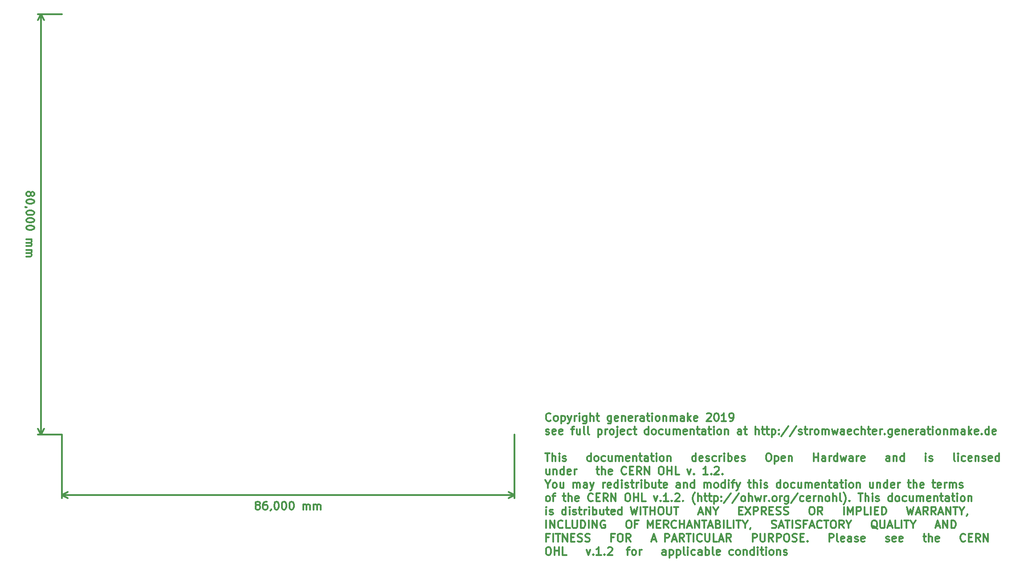
<source format=gbr>
G04 #@! TF.GenerationSoftware,KiCad,Pcbnew,5.0.2-bee76a0~70~ubuntu18.04.1*
G04 #@! TF.CreationDate,2019-03-10T09:39:00+01:00*
G04 #@! TF.ProjectId,stromwaechter,7374726f-6d77-4616-9563-687465722e6b,1.0*
G04 #@! TF.SameCoordinates,Original*
G04 #@! TF.FileFunction,Other,Comment*
%FSLAX46Y46*%
G04 Gerber Fmt 4.6, Leading zero omitted, Abs format (unit mm)*
G04 Created by KiCad (PCBNEW 5.0.2-bee76a0~70~ubuntu18.04.1) date So 10 Mär 2019 09:39:00 CET*
%MOMM*%
%LPD*%
G01*
G04 APERTURE LIST*
%ADD10C,0.300000*%
G04 APERTURE END LIST*
D10*
X196909285Y-135285714D02*
X196837857Y-135357142D01*
X196623571Y-135428571D01*
X196480714Y-135428571D01*
X196266428Y-135357142D01*
X196123571Y-135214285D01*
X196052142Y-135071428D01*
X195980714Y-134785714D01*
X195980714Y-134571428D01*
X196052142Y-134285714D01*
X196123571Y-134142857D01*
X196266428Y-134000000D01*
X196480714Y-133928571D01*
X196623571Y-133928571D01*
X196837857Y-134000000D01*
X196909285Y-134071428D01*
X197766428Y-135428571D02*
X197623571Y-135357142D01*
X197552142Y-135285714D01*
X197480714Y-135142857D01*
X197480714Y-134714285D01*
X197552142Y-134571428D01*
X197623571Y-134500000D01*
X197766428Y-134428571D01*
X197980714Y-134428571D01*
X198123571Y-134500000D01*
X198195000Y-134571428D01*
X198266428Y-134714285D01*
X198266428Y-135142857D01*
X198195000Y-135285714D01*
X198123571Y-135357142D01*
X197980714Y-135428571D01*
X197766428Y-135428571D01*
X198909285Y-134428571D02*
X198909285Y-135928571D01*
X198909285Y-134500000D02*
X199052142Y-134428571D01*
X199337857Y-134428571D01*
X199480714Y-134500000D01*
X199552142Y-134571428D01*
X199623571Y-134714285D01*
X199623571Y-135142857D01*
X199552142Y-135285714D01*
X199480714Y-135357142D01*
X199337857Y-135428571D01*
X199052142Y-135428571D01*
X198909285Y-135357142D01*
X200123571Y-134428571D02*
X200480714Y-135428571D01*
X200837857Y-134428571D02*
X200480714Y-135428571D01*
X200337857Y-135785714D01*
X200266428Y-135857142D01*
X200123571Y-135928571D01*
X201409285Y-135428571D02*
X201409285Y-134428571D01*
X201409285Y-134714285D02*
X201480714Y-134571428D01*
X201552142Y-134500000D01*
X201695000Y-134428571D01*
X201837857Y-134428571D01*
X202337857Y-135428571D02*
X202337857Y-134428571D01*
X202337857Y-133928571D02*
X202266428Y-134000000D01*
X202337857Y-134071428D01*
X202409285Y-134000000D01*
X202337857Y-133928571D01*
X202337857Y-134071428D01*
X203695000Y-134428571D02*
X203695000Y-135642857D01*
X203623571Y-135785714D01*
X203552142Y-135857142D01*
X203409285Y-135928571D01*
X203195000Y-135928571D01*
X203052142Y-135857142D01*
X203695000Y-135357142D02*
X203552142Y-135428571D01*
X203266428Y-135428571D01*
X203123571Y-135357142D01*
X203052142Y-135285714D01*
X202980714Y-135142857D01*
X202980714Y-134714285D01*
X203052142Y-134571428D01*
X203123571Y-134500000D01*
X203266428Y-134428571D01*
X203552142Y-134428571D01*
X203695000Y-134500000D01*
X204409285Y-135428571D02*
X204409285Y-133928571D01*
X205052142Y-135428571D02*
X205052142Y-134642857D01*
X204980714Y-134500000D01*
X204837857Y-134428571D01*
X204623571Y-134428571D01*
X204480714Y-134500000D01*
X204409285Y-134571428D01*
X205552142Y-134428571D02*
X206123571Y-134428571D01*
X205766428Y-133928571D02*
X205766428Y-135214285D01*
X205837857Y-135357142D01*
X205980714Y-135428571D01*
X206123571Y-135428571D01*
X208409285Y-134428571D02*
X208409285Y-135642857D01*
X208337857Y-135785714D01*
X208266428Y-135857142D01*
X208123571Y-135928571D01*
X207909285Y-135928571D01*
X207766428Y-135857142D01*
X208409285Y-135357142D02*
X208266428Y-135428571D01*
X207980714Y-135428571D01*
X207837857Y-135357142D01*
X207766428Y-135285714D01*
X207695000Y-135142857D01*
X207695000Y-134714285D01*
X207766428Y-134571428D01*
X207837857Y-134500000D01*
X207980714Y-134428571D01*
X208266428Y-134428571D01*
X208409285Y-134500000D01*
X209695000Y-135357142D02*
X209552142Y-135428571D01*
X209266428Y-135428571D01*
X209123571Y-135357142D01*
X209052142Y-135214285D01*
X209052142Y-134642857D01*
X209123571Y-134500000D01*
X209266428Y-134428571D01*
X209552142Y-134428571D01*
X209695000Y-134500000D01*
X209766428Y-134642857D01*
X209766428Y-134785714D01*
X209052142Y-134928571D01*
X210409285Y-134428571D02*
X210409285Y-135428571D01*
X210409285Y-134571428D02*
X210480714Y-134500000D01*
X210623571Y-134428571D01*
X210837857Y-134428571D01*
X210980714Y-134500000D01*
X211052142Y-134642857D01*
X211052142Y-135428571D01*
X212337857Y-135357142D02*
X212195000Y-135428571D01*
X211909285Y-135428571D01*
X211766428Y-135357142D01*
X211695000Y-135214285D01*
X211695000Y-134642857D01*
X211766428Y-134500000D01*
X211909285Y-134428571D01*
X212195000Y-134428571D01*
X212337857Y-134500000D01*
X212409285Y-134642857D01*
X212409285Y-134785714D01*
X211695000Y-134928571D01*
X213052142Y-135428571D02*
X213052142Y-134428571D01*
X213052142Y-134714285D02*
X213123571Y-134571428D01*
X213195000Y-134500000D01*
X213337857Y-134428571D01*
X213480714Y-134428571D01*
X214623571Y-135428571D02*
X214623571Y-134642857D01*
X214552142Y-134500000D01*
X214409285Y-134428571D01*
X214123571Y-134428571D01*
X213980714Y-134500000D01*
X214623571Y-135357142D02*
X214480714Y-135428571D01*
X214123571Y-135428571D01*
X213980714Y-135357142D01*
X213909285Y-135214285D01*
X213909285Y-135071428D01*
X213980714Y-134928571D01*
X214123571Y-134857142D01*
X214480714Y-134857142D01*
X214623571Y-134785714D01*
X215123571Y-134428571D02*
X215695000Y-134428571D01*
X215337857Y-133928571D02*
X215337857Y-135214285D01*
X215409285Y-135357142D01*
X215552142Y-135428571D01*
X215695000Y-135428571D01*
X216195000Y-135428571D02*
X216195000Y-134428571D01*
X216195000Y-133928571D02*
X216123571Y-134000000D01*
X216195000Y-134071428D01*
X216266428Y-134000000D01*
X216195000Y-133928571D01*
X216195000Y-134071428D01*
X217123571Y-135428571D02*
X216980714Y-135357142D01*
X216909285Y-135285714D01*
X216837857Y-135142857D01*
X216837857Y-134714285D01*
X216909285Y-134571428D01*
X216980714Y-134500000D01*
X217123571Y-134428571D01*
X217337857Y-134428571D01*
X217480714Y-134500000D01*
X217552142Y-134571428D01*
X217623571Y-134714285D01*
X217623571Y-135142857D01*
X217552142Y-135285714D01*
X217480714Y-135357142D01*
X217337857Y-135428571D01*
X217123571Y-135428571D01*
X218266428Y-134428571D02*
X218266428Y-135428571D01*
X218266428Y-134571428D02*
X218337857Y-134500000D01*
X218480714Y-134428571D01*
X218695000Y-134428571D01*
X218837857Y-134500000D01*
X218909285Y-134642857D01*
X218909285Y-135428571D01*
X219623571Y-135428571D02*
X219623571Y-134428571D01*
X219623571Y-134571428D02*
X219695000Y-134500000D01*
X219837857Y-134428571D01*
X220052142Y-134428571D01*
X220195000Y-134500000D01*
X220266428Y-134642857D01*
X220266428Y-135428571D01*
X220266428Y-134642857D02*
X220337857Y-134500000D01*
X220480714Y-134428571D01*
X220695000Y-134428571D01*
X220837857Y-134500000D01*
X220909285Y-134642857D01*
X220909285Y-135428571D01*
X222266428Y-135428571D02*
X222266428Y-134642857D01*
X222195000Y-134500000D01*
X222052142Y-134428571D01*
X221766428Y-134428571D01*
X221623571Y-134500000D01*
X222266428Y-135357142D02*
X222123571Y-135428571D01*
X221766428Y-135428571D01*
X221623571Y-135357142D01*
X221552142Y-135214285D01*
X221552142Y-135071428D01*
X221623571Y-134928571D01*
X221766428Y-134857142D01*
X222123571Y-134857142D01*
X222266428Y-134785714D01*
X222980714Y-135428571D02*
X222980714Y-133928571D01*
X223123571Y-134857142D02*
X223552142Y-135428571D01*
X223552142Y-134428571D02*
X222980714Y-135000000D01*
X224766428Y-135357142D02*
X224623571Y-135428571D01*
X224337857Y-135428571D01*
X224195000Y-135357142D01*
X224123571Y-135214285D01*
X224123571Y-134642857D01*
X224195000Y-134500000D01*
X224337857Y-134428571D01*
X224623571Y-134428571D01*
X224766428Y-134500000D01*
X224837857Y-134642857D01*
X224837857Y-134785714D01*
X224123571Y-134928571D01*
X226552142Y-134071428D02*
X226623571Y-134000000D01*
X226766428Y-133928571D01*
X227123571Y-133928571D01*
X227266428Y-134000000D01*
X227337857Y-134071428D01*
X227409285Y-134214285D01*
X227409285Y-134357142D01*
X227337857Y-134571428D01*
X226480714Y-135428571D01*
X227409285Y-135428571D01*
X228337857Y-133928571D02*
X228480714Y-133928571D01*
X228623571Y-134000000D01*
X228695000Y-134071428D01*
X228766428Y-134214285D01*
X228837857Y-134500000D01*
X228837857Y-134857142D01*
X228766428Y-135142857D01*
X228695000Y-135285714D01*
X228623571Y-135357142D01*
X228480714Y-135428571D01*
X228337857Y-135428571D01*
X228195000Y-135357142D01*
X228123571Y-135285714D01*
X228052142Y-135142857D01*
X227980714Y-134857142D01*
X227980714Y-134500000D01*
X228052142Y-134214285D01*
X228123571Y-134071428D01*
X228195000Y-134000000D01*
X228337857Y-133928571D01*
X230266428Y-135428571D02*
X229409285Y-135428571D01*
X229837857Y-135428571D02*
X229837857Y-133928571D01*
X229695000Y-134142857D01*
X229552142Y-134285714D01*
X229409285Y-134357142D01*
X230980714Y-135428571D02*
X231266428Y-135428571D01*
X231409285Y-135357142D01*
X231480714Y-135285714D01*
X231623571Y-135071428D01*
X231695000Y-134785714D01*
X231695000Y-134214285D01*
X231623571Y-134071428D01*
X231552142Y-134000000D01*
X231409285Y-133928571D01*
X231123571Y-133928571D01*
X230980714Y-134000000D01*
X230909285Y-134071428D01*
X230837857Y-134214285D01*
X230837857Y-134571428D01*
X230909285Y-134714285D01*
X230980714Y-134785714D01*
X231123571Y-134857142D01*
X231409285Y-134857142D01*
X231552142Y-134785714D01*
X231623571Y-134714285D01*
X231695000Y-134571428D01*
X195980714Y-137907142D02*
X196123571Y-137978571D01*
X196409285Y-137978571D01*
X196552142Y-137907142D01*
X196623571Y-137764285D01*
X196623571Y-137692857D01*
X196552142Y-137550000D01*
X196409285Y-137478571D01*
X196195000Y-137478571D01*
X196052142Y-137407142D01*
X195980714Y-137264285D01*
X195980714Y-137192857D01*
X196052142Y-137050000D01*
X196195000Y-136978571D01*
X196409285Y-136978571D01*
X196552142Y-137050000D01*
X197837857Y-137907142D02*
X197695000Y-137978571D01*
X197409285Y-137978571D01*
X197266428Y-137907142D01*
X197195000Y-137764285D01*
X197195000Y-137192857D01*
X197266428Y-137050000D01*
X197409285Y-136978571D01*
X197695000Y-136978571D01*
X197837857Y-137050000D01*
X197909285Y-137192857D01*
X197909285Y-137335714D01*
X197195000Y-137478571D01*
X199123571Y-137907142D02*
X198980714Y-137978571D01*
X198695000Y-137978571D01*
X198552142Y-137907142D01*
X198480714Y-137764285D01*
X198480714Y-137192857D01*
X198552142Y-137050000D01*
X198695000Y-136978571D01*
X198980714Y-136978571D01*
X199123571Y-137050000D01*
X199195000Y-137192857D01*
X199195000Y-137335714D01*
X198480714Y-137478571D01*
X200766428Y-136978571D02*
X201337857Y-136978571D01*
X200980714Y-137978571D02*
X200980714Y-136692857D01*
X201052142Y-136550000D01*
X201195000Y-136478571D01*
X201337857Y-136478571D01*
X202480714Y-136978571D02*
X202480714Y-137978571D01*
X201837857Y-136978571D02*
X201837857Y-137764285D01*
X201909285Y-137907142D01*
X202052142Y-137978571D01*
X202266428Y-137978571D01*
X202409285Y-137907142D01*
X202480714Y-137835714D01*
X203409285Y-137978571D02*
X203266428Y-137907142D01*
X203195000Y-137764285D01*
X203195000Y-136478571D01*
X204195000Y-137978571D02*
X204052142Y-137907142D01*
X203980714Y-137764285D01*
X203980714Y-136478571D01*
X205909285Y-136978571D02*
X205909285Y-138478571D01*
X205909285Y-137050000D02*
X206052142Y-136978571D01*
X206337857Y-136978571D01*
X206480714Y-137050000D01*
X206552142Y-137121428D01*
X206623571Y-137264285D01*
X206623571Y-137692857D01*
X206552142Y-137835714D01*
X206480714Y-137907142D01*
X206337857Y-137978571D01*
X206052142Y-137978571D01*
X205909285Y-137907142D01*
X207266428Y-137978571D02*
X207266428Y-136978571D01*
X207266428Y-137264285D02*
X207337857Y-137121428D01*
X207409285Y-137050000D01*
X207552142Y-136978571D01*
X207695000Y-136978571D01*
X208409285Y-137978571D02*
X208266428Y-137907142D01*
X208195000Y-137835714D01*
X208123571Y-137692857D01*
X208123571Y-137264285D01*
X208195000Y-137121428D01*
X208266428Y-137050000D01*
X208409285Y-136978571D01*
X208623571Y-136978571D01*
X208766428Y-137050000D01*
X208837857Y-137121428D01*
X208909285Y-137264285D01*
X208909285Y-137692857D01*
X208837857Y-137835714D01*
X208766428Y-137907142D01*
X208623571Y-137978571D01*
X208409285Y-137978571D01*
X209552142Y-136978571D02*
X209552142Y-138264285D01*
X209480714Y-138407142D01*
X209337857Y-138478571D01*
X209266428Y-138478571D01*
X209552142Y-136478571D02*
X209480714Y-136550000D01*
X209552142Y-136621428D01*
X209623571Y-136550000D01*
X209552142Y-136478571D01*
X209552142Y-136621428D01*
X210837857Y-137907142D02*
X210695000Y-137978571D01*
X210409285Y-137978571D01*
X210266428Y-137907142D01*
X210195000Y-137764285D01*
X210195000Y-137192857D01*
X210266428Y-137050000D01*
X210409285Y-136978571D01*
X210695000Y-136978571D01*
X210837857Y-137050000D01*
X210909285Y-137192857D01*
X210909285Y-137335714D01*
X210195000Y-137478571D01*
X212195000Y-137907142D02*
X212052142Y-137978571D01*
X211766428Y-137978571D01*
X211623571Y-137907142D01*
X211552142Y-137835714D01*
X211480714Y-137692857D01*
X211480714Y-137264285D01*
X211552142Y-137121428D01*
X211623571Y-137050000D01*
X211766428Y-136978571D01*
X212052142Y-136978571D01*
X212195000Y-137050000D01*
X212623571Y-136978571D02*
X213195000Y-136978571D01*
X212837857Y-136478571D02*
X212837857Y-137764285D01*
X212909285Y-137907142D01*
X213052142Y-137978571D01*
X213195000Y-137978571D01*
X215480714Y-137978571D02*
X215480714Y-136478571D01*
X215480714Y-137907142D02*
X215337857Y-137978571D01*
X215052142Y-137978571D01*
X214909285Y-137907142D01*
X214837857Y-137835714D01*
X214766428Y-137692857D01*
X214766428Y-137264285D01*
X214837857Y-137121428D01*
X214909285Y-137050000D01*
X215052142Y-136978571D01*
X215337857Y-136978571D01*
X215480714Y-137050000D01*
X216409285Y-137978571D02*
X216266428Y-137907142D01*
X216195000Y-137835714D01*
X216123571Y-137692857D01*
X216123571Y-137264285D01*
X216195000Y-137121428D01*
X216266428Y-137050000D01*
X216409285Y-136978571D01*
X216623571Y-136978571D01*
X216766428Y-137050000D01*
X216837857Y-137121428D01*
X216909285Y-137264285D01*
X216909285Y-137692857D01*
X216837857Y-137835714D01*
X216766428Y-137907142D01*
X216623571Y-137978571D01*
X216409285Y-137978571D01*
X218195000Y-137907142D02*
X218052142Y-137978571D01*
X217766428Y-137978571D01*
X217623571Y-137907142D01*
X217552142Y-137835714D01*
X217480714Y-137692857D01*
X217480714Y-137264285D01*
X217552142Y-137121428D01*
X217623571Y-137050000D01*
X217766428Y-136978571D01*
X218052142Y-136978571D01*
X218195000Y-137050000D01*
X219480714Y-136978571D02*
X219480714Y-137978571D01*
X218837857Y-136978571D02*
X218837857Y-137764285D01*
X218909285Y-137907142D01*
X219052142Y-137978571D01*
X219266428Y-137978571D01*
X219409285Y-137907142D01*
X219480714Y-137835714D01*
X220195000Y-137978571D02*
X220195000Y-136978571D01*
X220195000Y-137121428D02*
X220266428Y-137050000D01*
X220409285Y-136978571D01*
X220623571Y-136978571D01*
X220766428Y-137050000D01*
X220837857Y-137192857D01*
X220837857Y-137978571D01*
X220837857Y-137192857D02*
X220909285Y-137050000D01*
X221052142Y-136978571D01*
X221266428Y-136978571D01*
X221409285Y-137050000D01*
X221480714Y-137192857D01*
X221480714Y-137978571D01*
X222766428Y-137907142D02*
X222623571Y-137978571D01*
X222337857Y-137978571D01*
X222195000Y-137907142D01*
X222123571Y-137764285D01*
X222123571Y-137192857D01*
X222195000Y-137050000D01*
X222337857Y-136978571D01*
X222623571Y-136978571D01*
X222766428Y-137050000D01*
X222837857Y-137192857D01*
X222837857Y-137335714D01*
X222123571Y-137478571D01*
X223480714Y-136978571D02*
X223480714Y-137978571D01*
X223480714Y-137121428D02*
X223552142Y-137050000D01*
X223695000Y-136978571D01*
X223909285Y-136978571D01*
X224052142Y-137050000D01*
X224123571Y-137192857D01*
X224123571Y-137978571D01*
X224623571Y-136978571D02*
X225195000Y-136978571D01*
X224837857Y-136478571D02*
X224837857Y-137764285D01*
X224909285Y-137907142D01*
X225052142Y-137978571D01*
X225195000Y-137978571D01*
X226337857Y-137978571D02*
X226337857Y-137192857D01*
X226266428Y-137050000D01*
X226123571Y-136978571D01*
X225837857Y-136978571D01*
X225695000Y-137050000D01*
X226337857Y-137907142D02*
X226195000Y-137978571D01*
X225837857Y-137978571D01*
X225695000Y-137907142D01*
X225623571Y-137764285D01*
X225623571Y-137621428D01*
X225695000Y-137478571D01*
X225837857Y-137407142D01*
X226195000Y-137407142D01*
X226337857Y-137335714D01*
X226837857Y-136978571D02*
X227409285Y-136978571D01*
X227052142Y-136478571D02*
X227052142Y-137764285D01*
X227123571Y-137907142D01*
X227266428Y-137978571D01*
X227409285Y-137978571D01*
X227909285Y-137978571D02*
X227909285Y-136978571D01*
X227909285Y-136478571D02*
X227837857Y-136550000D01*
X227909285Y-136621428D01*
X227980714Y-136550000D01*
X227909285Y-136478571D01*
X227909285Y-136621428D01*
X228837857Y-137978571D02*
X228695000Y-137907142D01*
X228623571Y-137835714D01*
X228552142Y-137692857D01*
X228552142Y-137264285D01*
X228623571Y-137121428D01*
X228695000Y-137050000D01*
X228837857Y-136978571D01*
X229052142Y-136978571D01*
X229195000Y-137050000D01*
X229266428Y-137121428D01*
X229337857Y-137264285D01*
X229337857Y-137692857D01*
X229266428Y-137835714D01*
X229195000Y-137907142D01*
X229052142Y-137978571D01*
X228837857Y-137978571D01*
X229980714Y-136978571D02*
X229980714Y-137978571D01*
X229980714Y-137121428D02*
X230052142Y-137050000D01*
X230195000Y-136978571D01*
X230409285Y-136978571D01*
X230552142Y-137050000D01*
X230623571Y-137192857D01*
X230623571Y-137978571D01*
X233123571Y-137978571D02*
X233123571Y-137192857D01*
X233052142Y-137050000D01*
X232909285Y-136978571D01*
X232623571Y-136978571D01*
X232480714Y-137050000D01*
X233123571Y-137907142D02*
X232980714Y-137978571D01*
X232623571Y-137978571D01*
X232480714Y-137907142D01*
X232409285Y-137764285D01*
X232409285Y-137621428D01*
X232480714Y-137478571D01*
X232623571Y-137407142D01*
X232980714Y-137407142D01*
X233123571Y-137335714D01*
X233623571Y-136978571D02*
X234195000Y-136978571D01*
X233837857Y-136478571D02*
X233837857Y-137764285D01*
X233909285Y-137907142D01*
X234052142Y-137978571D01*
X234195000Y-137978571D01*
X235837857Y-137978571D02*
X235837857Y-136478571D01*
X236480714Y-137978571D02*
X236480714Y-137192857D01*
X236409285Y-137050000D01*
X236266428Y-136978571D01*
X236052142Y-136978571D01*
X235909285Y-137050000D01*
X235837857Y-137121428D01*
X236980714Y-136978571D02*
X237552142Y-136978571D01*
X237195000Y-136478571D02*
X237195000Y-137764285D01*
X237266428Y-137907142D01*
X237409285Y-137978571D01*
X237552142Y-137978571D01*
X237837857Y-136978571D02*
X238409285Y-136978571D01*
X238052142Y-136478571D02*
X238052142Y-137764285D01*
X238123571Y-137907142D01*
X238266428Y-137978571D01*
X238409285Y-137978571D01*
X238909285Y-136978571D02*
X238909285Y-138478571D01*
X238909285Y-137050000D02*
X239052142Y-136978571D01*
X239337857Y-136978571D01*
X239480714Y-137050000D01*
X239552142Y-137121428D01*
X239623571Y-137264285D01*
X239623571Y-137692857D01*
X239552142Y-137835714D01*
X239480714Y-137907142D01*
X239337857Y-137978571D01*
X239052142Y-137978571D01*
X238909285Y-137907142D01*
X240266428Y-137835714D02*
X240337857Y-137907142D01*
X240266428Y-137978571D01*
X240195000Y-137907142D01*
X240266428Y-137835714D01*
X240266428Y-137978571D01*
X240266428Y-137050000D02*
X240337857Y-137121428D01*
X240266428Y-137192857D01*
X240195000Y-137121428D01*
X240266428Y-137050000D01*
X240266428Y-137192857D01*
X242052142Y-136407142D02*
X240766428Y-138335714D01*
X243623571Y-136407142D02*
X242337857Y-138335714D01*
X244052142Y-137907142D02*
X244195000Y-137978571D01*
X244480714Y-137978571D01*
X244623571Y-137907142D01*
X244695000Y-137764285D01*
X244695000Y-137692857D01*
X244623571Y-137550000D01*
X244480714Y-137478571D01*
X244266428Y-137478571D01*
X244123571Y-137407142D01*
X244052142Y-137264285D01*
X244052142Y-137192857D01*
X244123571Y-137050000D01*
X244266428Y-136978571D01*
X244480714Y-136978571D01*
X244623571Y-137050000D01*
X245123571Y-136978571D02*
X245695000Y-136978571D01*
X245337857Y-136478571D02*
X245337857Y-137764285D01*
X245409285Y-137907142D01*
X245552142Y-137978571D01*
X245695000Y-137978571D01*
X246195000Y-137978571D02*
X246195000Y-136978571D01*
X246195000Y-137264285D02*
X246266428Y-137121428D01*
X246337857Y-137050000D01*
X246480714Y-136978571D01*
X246623571Y-136978571D01*
X247337857Y-137978571D02*
X247195000Y-137907142D01*
X247123571Y-137835714D01*
X247052142Y-137692857D01*
X247052142Y-137264285D01*
X247123571Y-137121428D01*
X247195000Y-137050000D01*
X247337857Y-136978571D01*
X247552142Y-136978571D01*
X247695000Y-137050000D01*
X247766428Y-137121428D01*
X247837857Y-137264285D01*
X247837857Y-137692857D01*
X247766428Y-137835714D01*
X247695000Y-137907142D01*
X247552142Y-137978571D01*
X247337857Y-137978571D01*
X248480714Y-137978571D02*
X248480714Y-136978571D01*
X248480714Y-137121428D02*
X248552142Y-137050000D01*
X248695000Y-136978571D01*
X248909285Y-136978571D01*
X249052142Y-137050000D01*
X249123571Y-137192857D01*
X249123571Y-137978571D01*
X249123571Y-137192857D02*
X249195000Y-137050000D01*
X249337857Y-136978571D01*
X249552142Y-136978571D01*
X249695000Y-137050000D01*
X249766428Y-137192857D01*
X249766428Y-137978571D01*
X250337857Y-136978571D02*
X250623571Y-137978571D01*
X250909285Y-137264285D01*
X251195000Y-137978571D01*
X251480714Y-136978571D01*
X252695000Y-137978571D02*
X252695000Y-137192857D01*
X252623571Y-137050000D01*
X252480714Y-136978571D01*
X252195000Y-136978571D01*
X252052142Y-137050000D01*
X252695000Y-137907142D02*
X252552142Y-137978571D01*
X252195000Y-137978571D01*
X252052142Y-137907142D01*
X251980714Y-137764285D01*
X251980714Y-137621428D01*
X252052142Y-137478571D01*
X252195000Y-137407142D01*
X252552142Y-137407142D01*
X252695000Y-137335714D01*
X253980714Y-137907142D02*
X253837857Y-137978571D01*
X253552142Y-137978571D01*
X253409285Y-137907142D01*
X253337857Y-137764285D01*
X253337857Y-137192857D01*
X253409285Y-137050000D01*
X253552142Y-136978571D01*
X253837857Y-136978571D01*
X253980714Y-137050000D01*
X254052142Y-137192857D01*
X254052142Y-137335714D01*
X253337857Y-137478571D01*
X255337857Y-137907142D02*
X255195000Y-137978571D01*
X254909285Y-137978571D01*
X254766428Y-137907142D01*
X254695000Y-137835714D01*
X254623571Y-137692857D01*
X254623571Y-137264285D01*
X254695000Y-137121428D01*
X254766428Y-137050000D01*
X254909285Y-136978571D01*
X255195000Y-136978571D01*
X255337857Y-137050000D01*
X255980714Y-137978571D02*
X255980714Y-136478571D01*
X256623571Y-137978571D02*
X256623571Y-137192857D01*
X256552142Y-137050000D01*
X256409285Y-136978571D01*
X256195000Y-136978571D01*
X256052142Y-137050000D01*
X255980714Y-137121428D01*
X257123571Y-136978571D02*
X257695000Y-136978571D01*
X257337857Y-136478571D02*
X257337857Y-137764285D01*
X257409285Y-137907142D01*
X257552142Y-137978571D01*
X257695000Y-137978571D01*
X258766428Y-137907142D02*
X258623571Y-137978571D01*
X258337857Y-137978571D01*
X258195000Y-137907142D01*
X258123571Y-137764285D01*
X258123571Y-137192857D01*
X258195000Y-137050000D01*
X258337857Y-136978571D01*
X258623571Y-136978571D01*
X258766428Y-137050000D01*
X258837857Y-137192857D01*
X258837857Y-137335714D01*
X258123571Y-137478571D01*
X259480714Y-137978571D02*
X259480714Y-136978571D01*
X259480714Y-137264285D02*
X259552142Y-137121428D01*
X259623571Y-137050000D01*
X259766428Y-136978571D01*
X259909285Y-136978571D01*
X260409285Y-137835714D02*
X260480714Y-137907142D01*
X260409285Y-137978571D01*
X260337857Y-137907142D01*
X260409285Y-137835714D01*
X260409285Y-137978571D01*
X261766428Y-136978571D02*
X261766428Y-138192857D01*
X261695000Y-138335714D01*
X261623571Y-138407142D01*
X261480714Y-138478571D01*
X261266428Y-138478571D01*
X261123571Y-138407142D01*
X261766428Y-137907142D02*
X261623571Y-137978571D01*
X261337857Y-137978571D01*
X261195000Y-137907142D01*
X261123571Y-137835714D01*
X261052142Y-137692857D01*
X261052142Y-137264285D01*
X261123571Y-137121428D01*
X261195000Y-137050000D01*
X261337857Y-136978571D01*
X261623571Y-136978571D01*
X261766428Y-137050000D01*
X263052142Y-137907142D02*
X262909285Y-137978571D01*
X262623571Y-137978571D01*
X262480714Y-137907142D01*
X262409285Y-137764285D01*
X262409285Y-137192857D01*
X262480714Y-137050000D01*
X262623571Y-136978571D01*
X262909285Y-136978571D01*
X263052142Y-137050000D01*
X263123571Y-137192857D01*
X263123571Y-137335714D01*
X262409285Y-137478571D01*
X263766428Y-136978571D02*
X263766428Y-137978571D01*
X263766428Y-137121428D02*
X263837857Y-137050000D01*
X263980714Y-136978571D01*
X264195000Y-136978571D01*
X264337857Y-137050000D01*
X264409285Y-137192857D01*
X264409285Y-137978571D01*
X265695000Y-137907142D02*
X265552142Y-137978571D01*
X265266428Y-137978571D01*
X265123571Y-137907142D01*
X265052142Y-137764285D01*
X265052142Y-137192857D01*
X265123571Y-137050000D01*
X265266428Y-136978571D01*
X265552142Y-136978571D01*
X265695000Y-137050000D01*
X265766428Y-137192857D01*
X265766428Y-137335714D01*
X265052142Y-137478571D01*
X266409285Y-137978571D02*
X266409285Y-136978571D01*
X266409285Y-137264285D02*
X266480714Y-137121428D01*
X266552142Y-137050000D01*
X266695000Y-136978571D01*
X266837857Y-136978571D01*
X267980714Y-137978571D02*
X267980714Y-137192857D01*
X267909285Y-137050000D01*
X267766428Y-136978571D01*
X267480714Y-136978571D01*
X267337857Y-137050000D01*
X267980714Y-137907142D02*
X267837857Y-137978571D01*
X267480714Y-137978571D01*
X267337857Y-137907142D01*
X267266428Y-137764285D01*
X267266428Y-137621428D01*
X267337857Y-137478571D01*
X267480714Y-137407142D01*
X267837857Y-137407142D01*
X267980714Y-137335714D01*
X268480714Y-136978571D02*
X269052142Y-136978571D01*
X268695000Y-136478571D02*
X268695000Y-137764285D01*
X268766428Y-137907142D01*
X268909285Y-137978571D01*
X269052142Y-137978571D01*
X269552142Y-137978571D02*
X269552142Y-136978571D01*
X269552142Y-136478571D02*
X269480714Y-136550000D01*
X269552142Y-136621428D01*
X269623571Y-136550000D01*
X269552142Y-136478571D01*
X269552142Y-136621428D01*
X270480714Y-137978571D02*
X270337857Y-137907142D01*
X270266428Y-137835714D01*
X270195000Y-137692857D01*
X270195000Y-137264285D01*
X270266428Y-137121428D01*
X270337857Y-137050000D01*
X270480714Y-136978571D01*
X270695000Y-136978571D01*
X270837857Y-137050000D01*
X270909285Y-137121428D01*
X270980714Y-137264285D01*
X270980714Y-137692857D01*
X270909285Y-137835714D01*
X270837857Y-137907142D01*
X270695000Y-137978571D01*
X270480714Y-137978571D01*
X271623571Y-136978571D02*
X271623571Y-137978571D01*
X271623571Y-137121428D02*
X271695000Y-137050000D01*
X271837857Y-136978571D01*
X272052142Y-136978571D01*
X272195000Y-137050000D01*
X272266428Y-137192857D01*
X272266428Y-137978571D01*
X272980714Y-137978571D02*
X272980714Y-136978571D01*
X272980714Y-137121428D02*
X273052142Y-137050000D01*
X273195000Y-136978571D01*
X273409285Y-136978571D01*
X273552142Y-137050000D01*
X273623571Y-137192857D01*
X273623571Y-137978571D01*
X273623571Y-137192857D02*
X273695000Y-137050000D01*
X273837857Y-136978571D01*
X274052142Y-136978571D01*
X274195000Y-137050000D01*
X274266428Y-137192857D01*
X274266428Y-137978571D01*
X275623571Y-137978571D02*
X275623571Y-137192857D01*
X275552142Y-137050000D01*
X275409285Y-136978571D01*
X275123571Y-136978571D01*
X274980714Y-137050000D01*
X275623571Y-137907142D02*
X275480714Y-137978571D01*
X275123571Y-137978571D01*
X274980714Y-137907142D01*
X274909285Y-137764285D01*
X274909285Y-137621428D01*
X274980714Y-137478571D01*
X275123571Y-137407142D01*
X275480714Y-137407142D01*
X275623571Y-137335714D01*
X276337857Y-137978571D02*
X276337857Y-136478571D01*
X276480714Y-137407142D02*
X276909285Y-137978571D01*
X276909285Y-136978571D02*
X276337857Y-137550000D01*
X278123571Y-137907142D02*
X277980714Y-137978571D01*
X277695000Y-137978571D01*
X277552142Y-137907142D01*
X277480714Y-137764285D01*
X277480714Y-137192857D01*
X277552142Y-137050000D01*
X277695000Y-136978571D01*
X277980714Y-136978571D01*
X278123571Y-137050000D01*
X278195000Y-137192857D01*
X278195000Y-137335714D01*
X277480714Y-137478571D01*
X278837857Y-137835714D02*
X278909285Y-137907142D01*
X278837857Y-137978571D01*
X278766428Y-137907142D01*
X278837857Y-137835714D01*
X278837857Y-137978571D01*
X280195000Y-137978571D02*
X280195000Y-136478571D01*
X280195000Y-137907142D02*
X280052142Y-137978571D01*
X279766428Y-137978571D01*
X279623571Y-137907142D01*
X279552142Y-137835714D01*
X279480714Y-137692857D01*
X279480714Y-137264285D01*
X279552142Y-137121428D01*
X279623571Y-137050000D01*
X279766428Y-136978571D01*
X280052142Y-136978571D01*
X280195000Y-137050000D01*
X281480714Y-137907142D02*
X281337857Y-137978571D01*
X281052142Y-137978571D01*
X280909285Y-137907142D01*
X280837857Y-137764285D01*
X280837857Y-137192857D01*
X280909285Y-137050000D01*
X281052142Y-136978571D01*
X281337857Y-136978571D01*
X281480714Y-137050000D01*
X281552142Y-137192857D01*
X281552142Y-137335714D01*
X280837857Y-137478571D01*
X195837857Y-141578571D02*
X196695000Y-141578571D01*
X196266428Y-143078571D02*
X196266428Y-141578571D01*
X197195000Y-143078571D02*
X197195000Y-141578571D01*
X197837857Y-143078571D02*
X197837857Y-142292857D01*
X197766428Y-142150000D01*
X197623571Y-142078571D01*
X197409285Y-142078571D01*
X197266428Y-142150000D01*
X197195000Y-142221428D01*
X198552142Y-143078571D02*
X198552142Y-142078571D01*
X198552142Y-141578571D02*
X198480714Y-141650000D01*
X198552142Y-141721428D01*
X198623571Y-141650000D01*
X198552142Y-141578571D01*
X198552142Y-141721428D01*
X199195000Y-143007142D02*
X199337857Y-143078571D01*
X199623571Y-143078571D01*
X199766428Y-143007142D01*
X199837857Y-142864285D01*
X199837857Y-142792857D01*
X199766428Y-142650000D01*
X199623571Y-142578571D01*
X199409285Y-142578571D01*
X199266428Y-142507142D01*
X199195000Y-142364285D01*
X199195000Y-142292857D01*
X199266428Y-142150000D01*
X199409285Y-142078571D01*
X199623571Y-142078571D01*
X199766428Y-142150000D01*
X204552142Y-143078571D02*
X204552142Y-141578571D01*
X204552142Y-143007142D02*
X204409285Y-143078571D01*
X204123571Y-143078571D01*
X203980714Y-143007142D01*
X203909285Y-142935714D01*
X203837857Y-142792857D01*
X203837857Y-142364285D01*
X203909285Y-142221428D01*
X203980714Y-142150000D01*
X204123571Y-142078571D01*
X204409285Y-142078571D01*
X204552142Y-142150000D01*
X205480714Y-143078571D02*
X205337857Y-143007142D01*
X205266428Y-142935714D01*
X205195000Y-142792857D01*
X205195000Y-142364285D01*
X205266428Y-142221428D01*
X205337857Y-142150000D01*
X205480714Y-142078571D01*
X205695000Y-142078571D01*
X205837857Y-142150000D01*
X205909285Y-142221428D01*
X205980714Y-142364285D01*
X205980714Y-142792857D01*
X205909285Y-142935714D01*
X205837857Y-143007142D01*
X205695000Y-143078571D01*
X205480714Y-143078571D01*
X207266428Y-143007142D02*
X207123571Y-143078571D01*
X206837857Y-143078571D01*
X206695000Y-143007142D01*
X206623571Y-142935714D01*
X206552142Y-142792857D01*
X206552142Y-142364285D01*
X206623571Y-142221428D01*
X206695000Y-142150000D01*
X206837857Y-142078571D01*
X207123571Y-142078571D01*
X207266428Y-142150000D01*
X208552142Y-142078571D02*
X208552142Y-143078571D01*
X207909285Y-142078571D02*
X207909285Y-142864285D01*
X207980714Y-143007142D01*
X208123571Y-143078571D01*
X208337857Y-143078571D01*
X208480714Y-143007142D01*
X208552142Y-142935714D01*
X209266428Y-143078571D02*
X209266428Y-142078571D01*
X209266428Y-142221428D02*
X209337857Y-142150000D01*
X209480714Y-142078571D01*
X209695000Y-142078571D01*
X209837857Y-142150000D01*
X209909285Y-142292857D01*
X209909285Y-143078571D01*
X209909285Y-142292857D02*
X209980714Y-142150000D01*
X210123571Y-142078571D01*
X210337857Y-142078571D01*
X210480714Y-142150000D01*
X210552142Y-142292857D01*
X210552142Y-143078571D01*
X211837857Y-143007142D02*
X211695000Y-143078571D01*
X211409285Y-143078571D01*
X211266428Y-143007142D01*
X211195000Y-142864285D01*
X211195000Y-142292857D01*
X211266428Y-142150000D01*
X211409285Y-142078571D01*
X211695000Y-142078571D01*
X211837857Y-142150000D01*
X211909285Y-142292857D01*
X211909285Y-142435714D01*
X211195000Y-142578571D01*
X212552142Y-142078571D02*
X212552142Y-143078571D01*
X212552142Y-142221428D02*
X212623571Y-142150000D01*
X212766428Y-142078571D01*
X212980714Y-142078571D01*
X213123571Y-142150000D01*
X213195000Y-142292857D01*
X213195000Y-143078571D01*
X213695000Y-142078571D02*
X214266428Y-142078571D01*
X213909285Y-141578571D02*
X213909285Y-142864285D01*
X213980714Y-143007142D01*
X214123571Y-143078571D01*
X214266428Y-143078571D01*
X215409285Y-143078571D02*
X215409285Y-142292857D01*
X215337857Y-142150000D01*
X215195000Y-142078571D01*
X214909285Y-142078571D01*
X214766428Y-142150000D01*
X215409285Y-143007142D02*
X215266428Y-143078571D01*
X214909285Y-143078571D01*
X214766428Y-143007142D01*
X214695000Y-142864285D01*
X214695000Y-142721428D01*
X214766428Y-142578571D01*
X214909285Y-142507142D01*
X215266428Y-142507142D01*
X215409285Y-142435714D01*
X215909285Y-142078571D02*
X216480714Y-142078571D01*
X216123571Y-141578571D02*
X216123571Y-142864285D01*
X216195000Y-143007142D01*
X216337857Y-143078571D01*
X216480714Y-143078571D01*
X216980714Y-143078571D02*
X216980714Y-142078571D01*
X216980714Y-141578571D02*
X216909285Y-141650000D01*
X216980714Y-141721428D01*
X217052142Y-141650000D01*
X216980714Y-141578571D01*
X216980714Y-141721428D01*
X217909285Y-143078571D02*
X217766428Y-143007142D01*
X217695000Y-142935714D01*
X217623571Y-142792857D01*
X217623571Y-142364285D01*
X217695000Y-142221428D01*
X217766428Y-142150000D01*
X217909285Y-142078571D01*
X218123571Y-142078571D01*
X218266428Y-142150000D01*
X218337857Y-142221428D01*
X218409285Y-142364285D01*
X218409285Y-142792857D01*
X218337857Y-142935714D01*
X218266428Y-143007142D01*
X218123571Y-143078571D01*
X217909285Y-143078571D01*
X219052142Y-142078571D02*
X219052142Y-143078571D01*
X219052142Y-142221428D02*
X219123571Y-142150000D01*
X219266428Y-142078571D01*
X219480714Y-142078571D01*
X219623571Y-142150000D01*
X219695000Y-142292857D01*
X219695000Y-143078571D01*
X224480714Y-143078571D02*
X224480714Y-141578571D01*
X224480714Y-143007142D02*
X224337857Y-143078571D01*
X224052142Y-143078571D01*
X223909285Y-143007142D01*
X223837857Y-142935714D01*
X223766428Y-142792857D01*
X223766428Y-142364285D01*
X223837857Y-142221428D01*
X223909285Y-142150000D01*
X224052142Y-142078571D01*
X224337857Y-142078571D01*
X224480714Y-142150000D01*
X225766428Y-143007142D02*
X225623571Y-143078571D01*
X225337857Y-143078571D01*
X225195000Y-143007142D01*
X225123571Y-142864285D01*
X225123571Y-142292857D01*
X225195000Y-142150000D01*
X225337857Y-142078571D01*
X225623571Y-142078571D01*
X225766428Y-142150000D01*
X225837857Y-142292857D01*
X225837857Y-142435714D01*
X225123571Y-142578571D01*
X226409285Y-143007142D02*
X226552142Y-143078571D01*
X226837857Y-143078571D01*
X226980714Y-143007142D01*
X227052142Y-142864285D01*
X227052142Y-142792857D01*
X226980714Y-142650000D01*
X226837857Y-142578571D01*
X226623571Y-142578571D01*
X226480714Y-142507142D01*
X226409285Y-142364285D01*
X226409285Y-142292857D01*
X226480714Y-142150000D01*
X226623571Y-142078571D01*
X226837857Y-142078571D01*
X226980714Y-142150000D01*
X228337857Y-143007142D02*
X228195000Y-143078571D01*
X227909285Y-143078571D01*
X227766428Y-143007142D01*
X227695000Y-142935714D01*
X227623571Y-142792857D01*
X227623571Y-142364285D01*
X227695000Y-142221428D01*
X227766428Y-142150000D01*
X227909285Y-142078571D01*
X228195000Y-142078571D01*
X228337857Y-142150000D01*
X228980714Y-143078571D02*
X228980714Y-142078571D01*
X228980714Y-142364285D02*
X229052142Y-142221428D01*
X229123571Y-142150000D01*
X229266428Y-142078571D01*
X229409285Y-142078571D01*
X229909285Y-143078571D02*
X229909285Y-142078571D01*
X229909285Y-141578571D02*
X229837857Y-141650000D01*
X229909285Y-141721428D01*
X229980714Y-141650000D01*
X229909285Y-141578571D01*
X229909285Y-141721428D01*
X230623571Y-143078571D02*
X230623571Y-141578571D01*
X230623571Y-142150000D02*
X230766428Y-142078571D01*
X231052142Y-142078571D01*
X231195000Y-142150000D01*
X231266428Y-142221428D01*
X231337857Y-142364285D01*
X231337857Y-142792857D01*
X231266428Y-142935714D01*
X231195000Y-143007142D01*
X231052142Y-143078571D01*
X230766428Y-143078571D01*
X230623571Y-143007142D01*
X232552142Y-143007142D02*
X232409285Y-143078571D01*
X232123571Y-143078571D01*
X231980714Y-143007142D01*
X231909285Y-142864285D01*
X231909285Y-142292857D01*
X231980714Y-142150000D01*
X232123571Y-142078571D01*
X232409285Y-142078571D01*
X232552142Y-142150000D01*
X232623571Y-142292857D01*
X232623571Y-142435714D01*
X231909285Y-142578571D01*
X233195000Y-143007142D02*
X233337857Y-143078571D01*
X233623571Y-143078571D01*
X233766428Y-143007142D01*
X233837857Y-142864285D01*
X233837857Y-142792857D01*
X233766428Y-142650000D01*
X233623571Y-142578571D01*
X233409285Y-142578571D01*
X233266428Y-142507142D01*
X233195000Y-142364285D01*
X233195000Y-142292857D01*
X233266428Y-142150000D01*
X233409285Y-142078571D01*
X233623571Y-142078571D01*
X233766428Y-142150000D01*
X238195000Y-141578571D02*
X238480714Y-141578571D01*
X238623571Y-141650000D01*
X238766428Y-141792857D01*
X238837857Y-142078571D01*
X238837857Y-142578571D01*
X238766428Y-142864285D01*
X238623571Y-143007142D01*
X238480714Y-143078571D01*
X238195000Y-143078571D01*
X238052142Y-143007142D01*
X237909285Y-142864285D01*
X237837857Y-142578571D01*
X237837857Y-142078571D01*
X237909285Y-141792857D01*
X238052142Y-141650000D01*
X238195000Y-141578571D01*
X239480714Y-142078571D02*
X239480714Y-143578571D01*
X239480714Y-142150000D02*
X239623571Y-142078571D01*
X239909285Y-142078571D01*
X240052142Y-142150000D01*
X240123571Y-142221428D01*
X240195000Y-142364285D01*
X240195000Y-142792857D01*
X240123571Y-142935714D01*
X240052142Y-143007142D01*
X239909285Y-143078571D01*
X239623571Y-143078571D01*
X239480714Y-143007142D01*
X241409285Y-143007142D02*
X241266428Y-143078571D01*
X240980714Y-143078571D01*
X240837857Y-143007142D01*
X240766428Y-142864285D01*
X240766428Y-142292857D01*
X240837857Y-142150000D01*
X240980714Y-142078571D01*
X241266428Y-142078571D01*
X241409285Y-142150000D01*
X241480714Y-142292857D01*
X241480714Y-142435714D01*
X240766428Y-142578571D01*
X242123571Y-142078571D02*
X242123571Y-143078571D01*
X242123571Y-142221428D02*
X242195000Y-142150000D01*
X242337857Y-142078571D01*
X242552142Y-142078571D01*
X242695000Y-142150000D01*
X242766428Y-142292857D01*
X242766428Y-143078571D01*
X246909285Y-143078571D02*
X246909285Y-141578571D01*
X246909285Y-142292857D02*
X247766428Y-142292857D01*
X247766428Y-143078571D02*
X247766428Y-141578571D01*
X249123571Y-143078571D02*
X249123571Y-142292857D01*
X249052142Y-142150000D01*
X248909285Y-142078571D01*
X248623571Y-142078571D01*
X248480714Y-142150000D01*
X249123571Y-143007142D02*
X248980714Y-143078571D01*
X248623571Y-143078571D01*
X248480714Y-143007142D01*
X248409285Y-142864285D01*
X248409285Y-142721428D01*
X248480714Y-142578571D01*
X248623571Y-142507142D01*
X248980714Y-142507142D01*
X249123571Y-142435714D01*
X249837857Y-143078571D02*
X249837857Y-142078571D01*
X249837857Y-142364285D02*
X249909285Y-142221428D01*
X249980714Y-142150000D01*
X250123571Y-142078571D01*
X250266428Y-142078571D01*
X251409285Y-143078571D02*
X251409285Y-141578571D01*
X251409285Y-143007142D02*
X251266428Y-143078571D01*
X250980714Y-143078571D01*
X250837857Y-143007142D01*
X250766428Y-142935714D01*
X250695000Y-142792857D01*
X250695000Y-142364285D01*
X250766428Y-142221428D01*
X250837857Y-142150000D01*
X250980714Y-142078571D01*
X251266428Y-142078571D01*
X251409285Y-142150000D01*
X251980714Y-142078571D02*
X252266428Y-143078571D01*
X252552142Y-142364285D01*
X252837857Y-143078571D01*
X253123571Y-142078571D01*
X254337857Y-143078571D02*
X254337857Y-142292857D01*
X254266428Y-142150000D01*
X254123571Y-142078571D01*
X253837857Y-142078571D01*
X253695000Y-142150000D01*
X254337857Y-143007142D02*
X254195000Y-143078571D01*
X253837857Y-143078571D01*
X253695000Y-143007142D01*
X253623571Y-142864285D01*
X253623571Y-142721428D01*
X253695000Y-142578571D01*
X253837857Y-142507142D01*
X254195000Y-142507142D01*
X254337857Y-142435714D01*
X255052142Y-143078571D02*
X255052142Y-142078571D01*
X255052142Y-142364285D02*
X255123571Y-142221428D01*
X255195000Y-142150000D01*
X255337857Y-142078571D01*
X255480714Y-142078571D01*
X256552142Y-143007142D02*
X256409285Y-143078571D01*
X256123571Y-143078571D01*
X255980714Y-143007142D01*
X255909285Y-142864285D01*
X255909285Y-142292857D01*
X255980714Y-142150000D01*
X256123571Y-142078571D01*
X256409285Y-142078571D01*
X256552142Y-142150000D01*
X256623571Y-142292857D01*
X256623571Y-142435714D01*
X255909285Y-142578571D01*
X261337857Y-143078571D02*
X261337857Y-142292857D01*
X261266428Y-142150000D01*
X261123571Y-142078571D01*
X260837857Y-142078571D01*
X260695000Y-142150000D01*
X261337857Y-143007142D02*
X261195000Y-143078571D01*
X260837857Y-143078571D01*
X260695000Y-143007142D01*
X260623571Y-142864285D01*
X260623571Y-142721428D01*
X260695000Y-142578571D01*
X260837857Y-142507142D01*
X261195000Y-142507142D01*
X261337857Y-142435714D01*
X262052142Y-142078571D02*
X262052142Y-143078571D01*
X262052142Y-142221428D02*
X262123571Y-142150000D01*
X262266428Y-142078571D01*
X262480714Y-142078571D01*
X262623571Y-142150000D01*
X262695000Y-142292857D01*
X262695000Y-143078571D01*
X264052142Y-143078571D02*
X264052142Y-141578571D01*
X264052142Y-143007142D02*
X263909285Y-143078571D01*
X263623571Y-143078571D01*
X263480714Y-143007142D01*
X263409285Y-142935714D01*
X263337857Y-142792857D01*
X263337857Y-142364285D01*
X263409285Y-142221428D01*
X263480714Y-142150000D01*
X263623571Y-142078571D01*
X263909285Y-142078571D01*
X264052142Y-142150000D01*
X268195000Y-143078571D02*
X268195000Y-142078571D01*
X268195000Y-141578571D02*
X268123571Y-141650000D01*
X268195000Y-141721428D01*
X268266428Y-141650000D01*
X268195000Y-141578571D01*
X268195000Y-141721428D01*
X268837857Y-143007142D02*
X268980714Y-143078571D01*
X269266428Y-143078571D01*
X269409285Y-143007142D01*
X269480714Y-142864285D01*
X269480714Y-142792857D01*
X269409285Y-142650000D01*
X269266428Y-142578571D01*
X269052142Y-142578571D01*
X268909285Y-142507142D01*
X268837857Y-142364285D01*
X268837857Y-142292857D01*
X268909285Y-142150000D01*
X269052142Y-142078571D01*
X269266428Y-142078571D01*
X269409285Y-142150000D01*
X273766428Y-143078571D02*
X273623571Y-143007142D01*
X273552142Y-142864285D01*
X273552142Y-141578571D01*
X274337857Y-143078571D02*
X274337857Y-142078571D01*
X274337857Y-141578571D02*
X274266428Y-141650000D01*
X274337857Y-141721428D01*
X274409285Y-141650000D01*
X274337857Y-141578571D01*
X274337857Y-141721428D01*
X275695000Y-143007142D02*
X275552142Y-143078571D01*
X275266428Y-143078571D01*
X275123571Y-143007142D01*
X275052142Y-142935714D01*
X274980714Y-142792857D01*
X274980714Y-142364285D01*
X275052142Y-142221428D01*
X275123571Y-142150000D01*
X275266428Y-142078571D01*
X275552142Y-142078571D01*
X275695000Y-142150000D01*
X276909285Y-143007142D02*
X276766428Y-143078571D01*
X276480714Y-143078571D01*
X276337857Y-143007142D01*
X276266428Y-142864285D01*
X276266428Y-142292857D01*
X276337857Y-142150000D01*
X276480714Y-142078571D01*
X276766428Y-142078571D01*
X276909285Y-142150000D01*
X276980714Y-142292857D01*
X276980714Y-142435714D01*
X276266428Y-142578571D01*
X277623571Y-142078571D02*
X277623571Y-143078571D01*
X277623571Y-142221428D02*
X277695000Y-142150000D01*
X277837857Y-142078571D01*
X278052142Y-142078571D01*
X278195000Y-142150000D01*
X278266428Y-142292857D01*
X278266428Y-143078571D01*
X278909285Y-143007142D02*
X279052142Y-143078571D01*
X279337857Y-143078571D01*
X279480714Y-143007142D01*
X279552142Y-142864285D01*
X279552142Y-142792857D01*
X279480714Y-142650000D01*
X279337857Y-142578571D01*
X279123571Y-142578571D01*
X278980714Y-142507142D01*
X278909285Y-142364285D01*
X278909285Y-142292857D01*
X278980714Y-142150000D01*
X279123571Y-142078571D01*
X279337857Y-142078571D01*
X279480714Y-142150000D01*
X280766428Y-143007142D02*
X280623571Y-143078571D01*
X280337857Y-143078571D01*
X280195000Y-143007142D01*
X280123571Y-142864285D01*
X280123571Y-142292857D01*
X280195000Y-142150000D01*
X280337857Y-142078571D01*
X280623571Y-142078571D01*
X280766428Y-142150000D01*
X280837857Y-142292857D01*
X280837857Y-142435714D01*
X280123571Y-142578571D01*
X282123571Y-143078571D02*
X282123571Y-141578571D01*
X282123571Y-143007142D02*
X281980714Y-143078571D01*
X281695000Y-143078571D01*
X281552142Y-143007142D01*
X281480714Y-142935714D01*
X281409285Y-142792857D01*
X281409285Y-142364285D01*
X281480714Y-142221428D01*
X281552142Y-142150000D01*
X281695000Y-142078571D01*
X281980714Y-142078571D01*
X282123571Y-142150000D01*
X196695000Y-144628571D02*
X196695000Y-145628571D01*
X196052142Y-144628571D02*
X196052142Y-145414285D01*
X196123571Y-145557142D01*
X196266428Y-145628571D01*
X196480714Y-145628571D01*
X196623571Y-145557142D01*
X196695000Y-145485714D01*
X197409285Y-144628571D02*
X197409285Y-145628571D01*
X197409285Y-144771428D02*
X197480714Y-144700000D01*
X197623571Y-144628571D01*
X197837857Y-144628571D01*
X197980714Y-144700000D01*
X198052142Y-144842857D01*
X198052142Y-145628571D01*
X199409285Y-145628571D02*
X199409285Y-144128571D01*
X199409285Y-145557142D02*
X199266428Y-145628571D01*
X198980714Y-145628571D01*
X198837857Y-145557142D01*
X198766428Y-145485714D01*
X198695000Y-145342857D01*
X198695000Y-144914285D01*
X198766428Y-144771428D01*
X198837857Y-144700000D01*
X198980714Y-144628571D01*
X199266428Y-144628571D01*
X199409285Y-144700000D01*
X200695000Y-145557142D02*
X200552142Y-145628571D01*
X200266428Y-145628571D01*
X200123571Y-145557142D01*
X200052142Y-145414285D01*
X200052142Y-144842857D01*
X200123571Y-144700000D01*
X200266428Y-144628571D01*
X200552142Y-144628571D01*
X200695000Y-144700000D01*
X200766428Y-144842857D01*
X200766428Y-144985714D01*
X200052142Y-145128571D01*
X201409285Y-145628571D02*
X201409285Y-144628571D01*
X201409285Y-144914285D02*
X201480714Y-144771428D01*
X201552142Y-144700000D01*
X201695000Y-144628571D01*
X201837857Y-144628571D01*
X205552142Y-144628571D02*
X206123571Y-144628571D01*
X205766428Y-144128571D02*
X205766428Y-145414285D01*
X205837857Y-145557142D01*
X205980714Y-145628571D01*
X206123571Y-145628571D01*
X206623571Y-145628571D02*
X206623571Y-144128571D01*
X207266428Y-145628571D02*
X207266428Y-144842857D01*
X207195000Y-144700000D01*
X207052142Y-144628571D01*
X206837857Y-144628571D01*
X206695000Y-144700000D01*
X206623571Y-144771428D01*
X208552142Y-145557142D02*
X208409285Y-145628571D01*
X208123571Y-145628571D01*
X207980714Y-145557142D01*
X207909285Y-145414285D01*
X207909285Y-144842857D01*
X207980714Y-144700000D01*
X208123571Y-144628571D01*
X208409285Y-144628571D01*
X208552142Y-144700000D01*
X208623571Y-144842857D01*
X208623571Y-144985714D01*
X207909285Y-145128571D01*
X211266428Y-145485714D02*
X211195000Y-145557142D01*
X210980714Y-145628571D01*
X210837857Y-145628571D01*
X210623571Y-145557142D01*
X210480714Y-145414285D01*
X210409285Y-145271428D01*
X210337857Y-144985714D01*
X210337857Y-144771428D01*
X210409285Y-144485714D01*
X210480714Y-144342857D01*
X210623571Y-144200000D01*
X210837857Y-144128571D01*
X210980714Y-144128571D01*
X211195000Y-144200000D01*
X211266428Y-144271428D01*
X211909285Y-144842857D02*
X212409285Y-144842857D01*
X212623571Y-145628571D02*
X211909285Y-145628571D01*
X211909285Y-144128571D01*
X212623571Y-144128571D01*
X214123571Y-145628571D02*
X213623571Y-144914285D01*
X213266428Y-145628571D02*
X213266428Y-144128571D01*
X213837857Y-144128571D01*
X213980714Y-144200000D01*
X214052142Y-144271428D01*
X214123571Y-144414285D01*
X214123571Y-144628571D01*
X214052142Y-144771428D01*
X213980714Y-144842857D01*
X213837857Y-144914285D01*
X213266428Y-144914285D01*
X214766428Y-145628571D02*
X214766428Y-144128571D01*
X215623571Y-145628571D01*
X215623571Y-144128571D01*
X217766428Y-144128571D02*
X218052142Y-144128571D01*
X218195000Y-144200000D01*
X218337857Y-144342857D01*
X218409285Y-144628571D01*
X218409285Y-145128571D01*
X218337857Y-145414285D01*
X218195000Y-145557142D01*
X218052142Y-145628571D01*
X217766428Y-145628571D01*
X217623571Y-145557142D01*
X217480714Y-145414285D01*
X217409285Y-145128571D01*
X217409285Y-144628571D01*
X217480714Y-144342857D01*
X217623571Y-144200000D01*
X217766428Y-144128571D01*
X219052142Y-145628571D02*
X219052142Y-144128571D01*
X219052142Y-144842857D02*
X219909285Y-144842857D01*
X219909285Y-145628571D02*
X219909285Y-144128571D01*
X221337857Y-145628571D02*
X220623571Y-145628571D01*
X220623571Y-144128571D01*
X222837857Y-144628571D02*
X223195000Y-145628571D01*
X223552142Y-144628571D01*
X224123571Y-145485714D02*
X224195000Y-145557142D01*
X224123571Y-145628571D01*
X224052142Y-145557142D01*
X224123571Y-145485714D01*
X224123571Y-145628571D01*
X226766428Y-145628571D02*
X225909285Y-145628571D01*
X226337857Y-145628571D02*
X226337857Y-144128571D01*
X226195000Y-144342857D01*
X226052142Y-144485714D01*
X225909285Y-144557142D01*
X227409285Y-145485714D02*
X227480714Y-145557142D01*
X227409285Y-145628571D01*
X227337857Y-145557142D01*
X227409285Y-145485714D01*
X227409285Y-145628571D01*
X228052142Y-144271428D02*
X228123571Y-144200000D01*
X228266428Y-144128571D01*
X228623571Y-144128571D01*
X228766428Y-144200000D01*
X228837857Y-144271428D01*
X228909285Y-144414285D01*
X228909285Y-144557142D01*
X228837857Y-144771428D01*
X227980714Y-145628571D01*
X228909285Y-145628571D01*
X229552142Y-145485714D02*
X229623571Y-145557142D01*
X229552142Y-145628571D01*
X229480714Y-145557142D01*
X229552142Y-145485714D01*
X229552142Y-145628571D01*
X196337857Y-147464285D02*
X196337857Y-148178571D01*
X195837857Y-146678571D02*
X196337857Y-147464285D01*
X196837857Y-146678571D01*
X197552142Y-148178571D02*
X197409285Y-148107142D01*
X197337857Y-148035714D01*
X197266428Y-147892857D01*
X197266428Y-147464285D01*
X197337857Y-147321428D01*
X197409285Y-147250000D01*
X197552142Y-147178571D01*
X197766428Y-147178571D01*
X197909285Y-147250000D01*
X197980714Y-147321428D01*
X198052142Y-147464285D01*
X198052142Y-147892857D01*
X197980714Y-148035714D01*
X197909285Y-148107142D01*
X197766428Y-148178571D01*
X197552142Y-148178571D01*
X199337857Y-147178571D02*
X199337857Y-148178571D01*
X198695000Y-147178571D02*
X198695000Y-147964285D01*
X198766428Y-148107142D01*
X198909285Y-148178571D01*
X199123571Y-148178571D01*
X199266428Y-148107142D01*
X199337857Y-148035714D01*
X201195000Y-148178571D02*
X201195000Y-147178571D01*
X201195000Y-147321428D02*
X201266428Y-147250000D01*
X201409285Y-147178571D01*
X201623571Y-147178571D01*
X201766428Y-147250000D01*
X201837857Y-147392857D01*
X201837857Y-148178571D01*
X201837857Y-147392857D02*
X201909285Y-147250000D01*
X202052142Y-147178571D01*
X202266428Y-147178571D01*
X202409285Y-147250000D01*
X202480714Y-147392857D01*
X202480714Y-148178571D01*
X203837857Y-148178571D02*
X203837857Y-147392857D01*
X203766428Y-147250000D01*
X203623571Y-147178571D01*
X203337857Y-147178571D01*
X203195000Y-147250000D01*
X203837857Y-148107142D02*
X203695000Y-148178571D01*
X203337857Y-148178571D01*
X203195000Y-148107142D01*
X203123571Y-147964285D01*
X203123571Y-147821428D01*
X203195000Y-147678571D01*
X203337857Y-147607142D01*
X203695000Y-147607142D01*
X203837857Y-147535714D01*
X204409285Y-147178571D02*
X204766428Y-148178571D01*
X205123571Y-147178571D02*
X204766428Y-148178571D01*
X204623571Y-148535714D01*
X204552142Y-148607142D01*
X204409285Y-148678571D01*
X206837857Y-148178571D02*
X206837857Y-147178571D01*
X206837857Y-147464285D02*
X206909285Y-147321428D01*
X206980714Y-147250000D01*
X207123571Y-147178571D01*
X207266428Y-147178571D01*
X208337857Y-148107142D02*
X208195000Y-148178571D01*
X207909285Y-148178571D01*
X207766428Y-148107142D01*
X207695000Y-147964285D01*
X207695000Y-147392857D01*
X207766428Y-147250000D01*
X207909285Y-147178571D01*
X208195000Y-147178571D01*
X208337857Y-147250000D01*
X208409285Y-147392857D01*
X208409285Y-147535714D01*
X207695000Y-147678571D01*
X209695000Y-148178571D02*
X209695000Y-146678571D01*
X209695000Y-148107142D02*
X209552142Y-148178571D01*
X209266428Y-148178571D01*
X209123571Y-148107142D01*
X209052142Y-148035714D01*
X208980714Y-147892857D01*
X208980714Y-147464285D01*
X209052142Y-147321428D01*
X209123571Y-147250000D01*
X209266428Y-147178571D01*
X209552142Y-147178571D01*
X209695000Y-147250000D01*
X210409285Y-148178571D02*
X210409285Y-147178571D01*
X210409285Y-146678571D02*
X210337857Y-146750000D01*
X210409285Y-146821428D01*
X210480714Y-146750000D01*
X210409285Y-146678571D01*
X210409285Y-146821428D01*
X211052142Y-148107142D02*
X211195000Y-148178571D01*
X211480714Y-148178571D01*
X211623571Y-148107142D01*
X211695000Y-147964285D01*
X211695000Y-147892857D01*
X211623571Y-147750000D01*
X211480714Y-147678571D01*
X211266428Y-147678571D01*
X211123571Y-147607142D01*
X211052142Y-147464285D01*
X211052142Y-147392857D01*
X211123571Y-147250000D01*
X211266428Y-147178571D01*
X211480714Y-147178571D01*
X211623571Y-147250000D01*
X212123571Y-147178571D02*
X212695000Y-147178571D01*
X212337857Y-146678571D02*
X212337857Y-147964285D01*
X212409285Y-148107142D01*
X212552142Y-148178571D01*
X212695000Y-148178571D01*
X213195000Y-148178571D02*
X213195000Y-147178571D01*
X213195000Y-147464285D02*
X213266428Y-147321428D01*
X213337857Y-147250000D01*
X213480714Y-147178571D01*
X213623571Y-147178571D01*
X214123571Y-148178571D02*
X214123571Y-147178571D01*
X214123571Y-146678571D02*
X214052142Y-146750000D01*
X214123571Y-146821428D01*
X214195000Y-146750000D01*
X214123571Y-146678571D01*
X214123571Y-146821428D01*
X214837857Y-148178571D02*
X214837857Y-146678571D01*
X214837857Y-147250000D02*
X214980714Y-147178571D01*
X215266428Y-147178571D01*
X215409285Y-147250000D01*
X215480714Y-147321428D01*
X215552142Y-147464285D01*
X215552142Y-147892857D01*
X215480714Y-148035714D01*
X215409285Y-148107142D01*
X215266428Y-148178571D01*
X214980714Y-148178571D01*
X214837857Y-148107142D01*
X216837857Y-147178571D02*
X216837857Y-148178571D01*
X216195000Y-147178571D02*
X216195000Y-147964285D01*
X216266428Y-148107142D01*
X216409285Y-148178571D01*
X216623571Y-148178571D01*
X216766428Y-148107142D01*
X216837857Y-148035714D01*
X217337857Y-147178571D02*
X217909285Y-147178571D01*
X217552142Y-146678571D02*
X217552142Y-147964285D01*
X217623571Y-148107142D01*
X217766428Y-148178571D01*
X217909285Y-148178571D01*
X218980714Y-148107142D02*
X218837857Y-148178571D01*
X218552142Y-148178571D01*
X218409285Y-148107142D01*
X218337857Y-147964285D01*
X218337857Y-147392857D01*
X218409285Y-147250000D01*
X218552142Y-147178571D01*
X218837857Y-147178571D01*
X218980714Y-147250000D01*
X219052142Y-147392857D01*
X219052142Y-147535714D01*
X218337857Y-147678571D01*
X221480714Y-148178571D02*
X221480714Y-147392857D01*
X221409285Y-147250000D01*
X221266428Y-147178571D01*
X220980714Y-147178571D01*
X220837857Y-147250000D01*
X221480714Y-148107142D02*
X221337857Y-148178571D01*
X220980714Y-148178571D01*
X220837857Y-148107142D01*
X220766428Y-147964285D01*
X220766428Y-147821428D01*
X220837857Y-147678571D01*
X220980714Y-147607142D01*
X221337857Y-147607142D01*
X221480714Y-147535714D01*
X222195000Y-147178571D02*
X222195000Y-148178571D01*
X222195000Y-147321428D02*
X222266428Y-147250000D01*
X222409285Y-147178571D01*
X222623571Y-147178571D01*
X222766428Y-147250000D01*
X222837857Y-147392857D01*
X222837857Y-148178571D01*
X224195000Y-148178571D02*
X224195000Y-146678571D01*
X224195000Y-148107142D02*
X224052142Y-148178571D01*
X223766428Y-148178571D01*
X223623571Y-148107142D01*
X223552142Y-148035714D01*
X223480714Y-147892857D01*
X223480714Y-147464285D01*
X223552142Y-147321428D01*
X223623571Y-147250000D01*
X223766428Y-147178571D01*
X224052142Y-147178571D01*
X224195000Y-147250000D01*
X226052142Y-148178571D02*
X226052142Y-147178571D01*
X226052142Y-147321428D02*
X226123571Y-147250000D01*
X226266428Y-147178571D01*
X226480714Y-147178571D01*
X226623571Y-147250000D01*
X226695000Y-147392857D01*
X226695000Y-148178571D01*
X226695000Y-147392857D02*
X226766428Y-147250000D01*
X226909285Y-147178571D01*
X227123571Y-147178571D01*
X227266428Y-147250000D01*
X227337857Y-147392857D01*
X227337857Y-148178571D01*
X228266428Y-148178571D02*
X228123571Y-148107142D01*
X228052142Y-148035714D01*
X227980714Y-147892857D01*
X227980714Y-147464285D01*
X228052142Y-147321428D01*
X228123571Y-147250000D01*
X228266428Y-147178571D01*
X228480714Y-147178571D01*
X228623571Y-147250000D01*
X228695000Y-147321428D01*
X228766428Y-147464285D01*
X228766428Y-147892857D01*
X228695000Y-148035714D01*
X228623571Y-148107142D01*
X228480714Y-148178571D01*
X228266428Y-148178571D01*
X230052142Y-148178571D02*
X230052142Y-146678571D01*
X230052142Y-148107142D02*
X229909285Y-148178571D01*
X229623571Y-148178571D01*
X229480714Y-148107142D01*
X229409285Y-148035714D01*
X229337857Y-147892857D01*
X229337857Y-147464285D01*
X229409285Y-147321428D01*
X229480714Y-147250000D01*
X229623571Y-147178571D01*
X229909285Y-147178571D01*
X230052142Y-147250000D01*
X230766428Y-148178571D02*
X230766428Y-147178571D01*
X230766428Y-146678571D02*
X230695000Y-146750000D01*
X230766428Y-146821428D01*
X230837857Y-146750000D01*
X230766428Y-146678571D01*
X230766428Y-146821428D01*
X231266428Y-147178571D02*
X231837857Y-147178571D01*
X231480714Y-148178571D02*
X231480714Y-146892857D01*
X231552142Y-146750000D01*
X231695000Y-146678571D01*
X231837857Y-146678571D01*
X232195000Y-147178571D02*
X232552142Y-148178571D01*
X232909285Y-147178571D02*
X232552142Y-148178571D01*
X232409285Y-148535714D01*
X232337857Y-148607142D01*
X232195000Y-148678571D01*
X234409285Y-147178571D02*
X234980714Y-147178571D01*
X234623571Y-146678571D02*
X234623571Y-147964285D01*
X234695000Y-148107142D01*
X234837857Y-148178571D01*
X234980714Y-148178571D01*
X235480714Y-148178571D02*
X235480714Y-146678571D01*
X236123571Y-148178571D02*
X236123571Y-147392857D01*
X236052142Y-147250000D01*
X235909285Y-147178571D01*
X235695000Y-147178571D01*
X235552142Y-147250000D01*
X235480714Y-147321428D01*
X236837857Y-148178571D02*
X236837857Y-147178571D01*
X236837857Y-146678571D02*
X236766428Y-146750000D01*
X236837857Y-146821428D01*
X236909285Y-146750000D01*
X236837857Y-146678571D01*
X236837857Y-146821428D01*
X237480714Y-148107142D02*
X237623571Y-148178571D01*
X237909285Y-148178571D01*
X238052142Y-148107142D01*
X238123571Y-147964285D01*
X238123571Y-147892857D01*
X238052142Y-147750000D01*
X237909285Y-147678571D01*
X237695000Y-147678571D01*
X237552142Y-147607142D01*
X237480714Y-147464285D01*
X237480714Y-147392857D01*
X237552142Y-147250000D01*
X237695000Y-147178571D01*
X237909285Y-147178571D01*
X238052142Y-147250000D01*
X240552142Y-148178571D02*
X240552142Y-146678571D01*
X240552142Y-148107142D02*
X240409285Y-148178571D01*
X240123571Y-148178571D01*
X239980714Y-148107142D01*
X239909285Y-148035714D01*
X239837857Y-147892857D01*
X239837857Y-147464285D01*
X239909285Y-147321428D01*
X239980714Y-147250000D01*
X240123571Y-147178571D01*
X240409285Y-147178571D01*
X240552142Y-147250000D01*
X241480714Y-148178571D02*
X241337857Y-148107142D01*
X241266428Y-148035714D01*
X241195000Y-147892857D01*
X241195000Y-147464285D01*
X241266428Y-147321428D01*
X241337857Y-147250000D01*
X241480714Y-147178571D01*
X241695000Y-147178571D01*
X241837857Y-147250000D01*
X241909285Y-147321428D01*
X241980714Y-147464285D01*
X241980714Y-147892857D01*
X241909285Y-148035714D01*
X241837857Y-148107142D01*
X241695000Y-148178571D01*
X241480714Y-148178571D01*
X243266428Y-148107142D02*
X243123571Y-148178571D01*
X242837857Y-148178571D01*
X242695000Y-148107142D01*
X242623571Y-148035714D01*
X242552142Y-147892857D01*
X242552142Y-147464285D01*
X242623571Y-147321428D01*
X242695000Y-147250000D01*
X242837857Y-147178571D01*
X243123571Y-147178571D01*
X243266428Y-147250000D01*
X244552142Y-147178571D02*
X244552142Y-148178571D01*
X243909285Y-147178571D02*
X243909285Y-147964285D01*
X243980714Y-148107142D01*
X244123571Y-148178571D01*
X244337857Y-148178571D01*
X244480714Y-148107142D01*
X244552142Y-148035714D01*
X245266428Y-148178571D02*
X245266428Y-147178571D01*
X245266428Y-147321428D02*
X245337857Y-147250000D01*
X245480714Y-147178571D01*
X245695000Y-147178571D01*
X245837857Y-147250000D01*
X245909285Y-147392857D01*
X245909285Y-148178571D01*
X245909285Y-147392857D02*
X245980714Y-147250000D01*
X246123571Y-147178571D01*
X246337857Y-147178571D01*
X246480714Y-147250000D01*
X246552142Y-147392857D01*
X246552142Y-148178571D01*
X247837857Y-148107142D02*
X247695000Y-148178571D01*
X247409285Y-148178571D01*
X247266428Y-148107142D01*
X247195000Y-147964285D01*
X247195000Y-147392857D01*
X247266428Y-147250000D01*
X247409285Y-147178571D01*
X247695000Y-147178571D01*
X247837857Y-147250000D01*
X247909285Y-147392857D01*
X247909285Y-147535714D01*
X247195000Y-147678571D01*
X248552142Y-147178571D02*
X248552142Y-148178571D01*
X248552142Y-147321428D02*
X248623571Y-147250000D01*
X248766428Y-147178571D01*
X248980714Y-147178571D01*
X249123571Y-147250000D01*
X249195000Y-147392857D01*
X249195000Y-148178571D01*
X249695000Y-147178571D02*
X250266428Y-147178571D01*
X249909285Y-146678571D02*
X249909285Y-147964285D01*
X249980714Y-148107142D01*
X250123571Y-148178571D01*
X250266428Y-148178571D01*
X251409285Y-148178571D02*
X251409285Y-147392857D01*
X251337857Y-147250000D01*
X251195000Y-147178571D01*
X250909285Y-147178571D01*
X250766428Y-147250000D01*
X251409285Y-148107142D02*
X251266428Y-148178571D01*
X250909285Y-148178571D01*
X250766428Y-148107142D01*
X250695000Y-147964285D01*
X250695000Y-147821428D01*
X250766428Y-147678571D01*
X250909285Y-147607142D01*
X251266428Y-147607142D01*
X251409285Y-147535714D01*
X251909285Y-147178571D02*
X252480714Y-147178571D01*
X252123571Y-146678571D02*
X252123571Y-147964285D01*
X252195000Y-148107142D01*
X252337857Y-148178571D01*
X252480714Y-148178571D01*
X252980714Y-148178571D02*
X252980714Y-147178571D01*
X252980714Y-146678571D02*
X252909285Y-146750000D01*
X252980714Y-146821428D01*
X253052142Y-146750000D01*
X252980714Y-146678571D01*
X252980714Y-146821428D01*
X253909285Y-148178571D02*
X253766428Y-148107142D01*
X253695000Y-148035714D01*
X253623571Y-147892857D01*
X253623571Y-147464285D01*
X253695000Y-147321428D01*
X253766428Y-147250000D01*
X253909285Y-147178571D01*
X254123571Y-147178571D01*
X254266428Y-147250000D01*
X254337857Y-147321428D01*
X254409285Y-147464285D01*
X254409285Y-147892857D01*
X254337857Y-148035714D01*
X254266428Y-148107142D01*
X254123571Y-148178571D01*
X253909285Y-148178571D01*
X255052142Y-147178571D02*
X255052142Y-148178571D01*
X255052142Y-147321428D02*
X255123571Y-147250000D01*
X255266428Y-147178571D01*
X255480714Y-147178571D01*
X255623571Y-147250000D01*
X255695000Y-147392857D01*
X255695000Y-148178571D01*
X258195000Y-147178571D02*
X258195000Y-148178571D01*
X257552142Y-147178571D02*
X257552142Y-147964285D01*
X257623571Y-148107142D01*
X257766428Y-148178571D01*
X257980714Y-148178571D01*
X258123571Y-148107142D01*
X258195000Y-148035714D01*
X258909285Y-147178571D02*
X258909285Y-148178571D01*
X258909285Y-147321428D02*
X258980714Y-147250000D01*
X259123571Y-147178571D01*
X259337857Y-147178571D01*
X259480714Y-147250000D01*
X259552142Y-147392857D01*
X259552142Y-148178571D01*
X260909285Y-148178571D02*
X260909285Y-146678571D01*
X260909285Y-148107142D02*
X260766428Y-148178571D01*
X260480714Y-148178571D01*
X260337857Y-148107142D01*
X260266428Y-148035714D01*
X260195000Y-147892857D01*
X260195000Y-147464285D01*
X260266428Y-147321428D01*
X260337857Y-147250000D01*
X260480714Y-147178571D01*
X260766428Y-147178571D01*
X260909285Y-147250000D01*
X262195000Y-148107142D02*
X262052142Y-148178571D01*
X261766428Y-148178571D01*
X261623571Y-148107142D01*
X261552142Y-147964285D01*
X261552142Y-147392857D01*
X261623571Y-147250000D01*
X261766428Y-147178571D01*
X262052142Y-147178571D01*
X262195000Y-147250000D01*
X262266428Y-147392857D01*
X262266428Y-147535714D01*
X261552142Y-147678571D01*
X262909285Y-148178571D02*
X262909285Y-147178571D01*
X262909285Y-147464285D02*
X262980714Y-147321428D01*
X263052142Y-147250000D01*
X263195000Y-147178571D01*
X263337857Y-147178571D01*
X264766428Y-147178571D02*
X265337857Y-147178571D01*
X264980714Y-146678571D02*
X264980714Y-147964285D01*
X265052142Y-148107142D01*
X265195000Y-148178571D01*
X265337857Y-148178571D01*
X265837857Y-148178571D02*
X265837857Y-146678571D01*
X266480714Y-148178571D02*
X266480714Y-147392857D01*
X266409285Y-147250000D01*
X266266428Y-147178571D01*
X266052142Y-147178571D01*
X265909285Y-147250000D01*
X265837857Y-147321428D01*
X267766428Y-148107142D02*
X267623571Y-148178571D01*
X267337857Y-148178571D01*
X267195000Y-148107142D01*
X267123571Y-147964285D01*
X267123571Y-147392857D01*
X267195000Y-147250000D01*
X267337857Y-147178571D01*
X267623571Y-147178571D01*
X267766428Y-147250000D01*
X267837857Y-147392857D01*
X267837857Y-147535714D01*
X267123571Y-147678571D01*
X269409285Y-147178571D02*
X269980714Y-147178571D01*
X269623571Y-146678571D02*
X269623571Y-147964285D01*
X269695000Y-148107142D01*
X269837857Y-148178571D01*
X269980714Y-148178571D01*
X271052142Y-148107142D02*
X270909285Y-148178571D01*
X270623571Y-148178571D01*
X270480714Y-148107142D01*
X270409285Y-147964285D01*
X270409285Y-147392857D01*
X270480714Y-147250000D01*
X270623571Y-147178571D01*
X270909285Y-147178571D01*
X271052142Y-147250000D01*
X271123571Y-147392857D01*
X271123571Y-147535714D01*
X270409285Y-147678571D01*
X271766428Y-148178571D02*
X271766428Y-147178571D01*
X271766428Y-147464285D02*
X271837857Y-147321428D01*
X271909285Y-147250000D01*
X272052142Y-147178571D01*
X272195000Y-147178571D01*
X272695000Y-148178571D02*
X272695000Y-147178571D01*
X272695000Y-147321428D02*
X272766428Y-147250000D01*
X272909285Y-147178571D01*
X273123571Y-147178571D01*
X273266428Y-147250000D01*
X273337857Y-147392857D01*
X273337857Y-148178571D01*
X273337857Y-147392857D02*
X273409285Y-147250000D01*
X273552142Y-147178571D01*
X273766428Y-147178571D01*
X273909285Y-147250000D01*
X273980714Y-147392857D01*
X273980714Y-148178571D01*
X274623571Y-148107142D02*
X274766428Y-148178571D01*
X275052142Y-148178571D01*
X275195000Y-148107142D01*
X275266428Y-147964285D01*
X275266428Y-147892857D01*
X275195000Y-147750000D01*
X275052142Y-147678571D01*
X274837857Y-147678571D01*
X274695000Y-147607142D01*
X274623571Y-147464285D01*
X274623571Y-147392857D01*
X274695000Y-147250000D01*
X274837857Y-147178571D01*
X275052142Y-147178571D01*
X275195000Y-147250000D01*
X196266428Y-150728571D02*
X196123571Y-150657142D01*
X196052142Y-150585714D01*
X195980714Y-150442857D01*
X195980714Y-150014285D01*
X196052142Y-149871428D01*
X196123571Y-149800000D01*
X196266428Y-149728571D01*
X196480714Y-149728571D01*
X196623571Y-149800000D01*
X196695000Y-149871428D01*
X196766428Y-150014285D01*
X196766428Y-150442857D01*
X196695000Y-150585714D01*
X196623571Y-150657142D01*
X196480714Y-150728571D01*
X196266428Y-150728571D01*
X197195000Y-149728571D02*
X197766428Y-149728571D01*
X197409285Y-150728571D02*
X197409285Y-149442857D01*
X197480714Y-149300000D01*
X197623571Y-149228571D01*
X197766428Y-149228571D01*
X199195000Y-149728571D02*
X199766428Y-149728571D01*
X199409285Y-149228571D02*
X199409285Y-150514285D01*
X199480714Y-150657142D01*
X199623571Y-150728571D01*
X199766428Y-150728571D01*
X200266428Y-150728571D02*
X200266428Y-149228571D01*
X200909285Y-150728571D02*
X200909285Y-149942857D01*
X200837857Y-149800000D01*
X200695000Y-149728571D01*
X200480714Y-149728571D01*
X200337857Y-149800000D01*
X200266428Y-149871428D01*
X202195000Y-150657142D02*
X202052142Y-150728571D01*
X201766428Y-150728571D01*
X201623571Y-150657142D01*
X201552142Y-150514285D01*
X201552142Y-149942857D01*
X201623571Y-149800000D01*
X201766428Y-149728571D01*
X202052142Y-149728571D01*
X202195000Y-149800000D01*
X202266428Y-149942857D01*
X202266428Y-150085714D01*
X201552142Y-150228571D01*
X204909285Y-150585714D02*
X204837857Y-150657142D01*
X204623571Y-150728571D01*
X204480714Y-150728571D01*
X204266428Y-150657142D01*
X204123571Y-150514285D01*
X204052142Y-150371428D01*
X203980714Y-150085714D01*
X203980714Y-149871428D01*
X204052142Y-149585714D01*
X204123571Y-149442857D01*
X204266428Y-149300000D01*
X204480714Y-149228571D01*
X204623571Y-149228571D01*
X204837857Y-149300000D01*
X204909285Y-149371428D01*
X205552142Y-149942857D02*
X206052142Y-149942857D01*
X206266428Y-150728571D02*
X205552142Y-150728571D01*
X205552142Y-149228571D01*
X206266428Y-149228571D01*
X207766428Y-150728571D02*
X207266428Y-150014285D01*
X206909285Y-150728571D02*
X206909285Y-149228571D01*
X207480714Y-149228571D01*
X207623571Y-149300000D01*
X207695000Y-149371428D01*
X207766428Y-149514285D01*
X207766428Y-149728571D01*
X207695000Y-149871428D01*
X207623571Y-149942857D01*
X207480714Y-150014285D01*
X206909285Y-150014285D01*
X208409285Y-150728571D02*
X208409285Y-149228571D01*
X209266428Y-150728571D01*
X209266428Y-149228571D01*
X211409285Y-149228571D02*
X211695000Y-149228571D01*
X211837857Y-149300000D01*
X211980714Y-149442857D01*
X212052142Y-149728571D01*
X212052142Y-150228571D01*
X211980714Y-150514285D01*
X211837857Y-150657142D01*
X211695000Y-150728571D01*
X211409285Y-150728571D01*
X211266428Y-150657142D01*
X211123571Y-150514285D01*
X211052142Y-150228571D01*
X211052142Y-149728571D01*
X211123571Y-149442857D01*
X211266428Y-149300000D01*
X211409285Y-149228571D01*
X212695000Y-150728571D02*
X212695000Y-149228571D01*
X212695000Y-149942857D02*
X213552142Y-149942857D01*
X213552142Y-150728571D02*
X213552142Y-149228571D01*
X214980714Y-150728571D02*
X214266428Y-150728571D01*
X214266428Y-149228571D01*
X216480714Y-149728571D02*
X216837857Y-150728571D01*
X217195000Y-149728571D01*
X217766428Y-150585714D02*
X217837857Y-150657142D01*
X217766428Y-150728571D01*
X217695000Y-150657142D01*
X217766428Y-150585714D01*
X217766428Y-150728571D01*
X219266428Y-150728571D02*
X218409285Y-150728571D01*
X218837857Y-150728571D02*
X218837857Y-149228571D01*
X218695000Y-149442857D01*
X218552142Y-149585714D01*
X218409285Y-149657142D01*
X219909285Y-150585714D02*
X219980714Y-150657142D01*
X219909285Y-150728571D01*
X219837857Y-150657142D01*
X219909285Y-150585714D01*
X219909285Y-150728571D01*
X220552142Y-149371428D02*
X220623571Y-149300000D01*
X220766428Y-149228571D01*
X221123571Y-149228571D01*
X221266428Y-149300000D01*
X221337857Y-149371428D01*
X221409285Y-149514285D01*
X221409285Y-149657142D01*
X221337857Y-149871428D01*
X220480714Y-150728571D01*
X221409285Y-150728571D01*
X222052142Y-150585714D02*
X222123571Y-150657142D01*
X222052142Y-150728571D01*
X221980714Y-150657142D01*
X222052142Y-150585714D01*
X222052142Y-150728571D01*
X224337857Y-151300000D02*
X224266428Y-151228571D01*
X224123571Y-151014285D01*
X224052142Y-150871428D01*
X223980714Y-150657142D01*
X223909285Y-150300000D01*
X223909285Y-150014285D01*
X223980714Y-149657142D01*
X224052142Y-149442857D01*
X224123571Y-149300000D01*
X224266428Y-149085714D01*
X224337857Y-149014285D01*
X224909285Y-150728571D02*
X224909285Y-149228571D01*
X225552142Y-150728571D02*
X225552142Y-149942857D01*
X225480714Y-149800000D01*
X225337857Y-149728571D01*
X225123571Y-149728571D01*
X224980714Y-149800000D01*
X224909285Y-149871428D01*
X226052142Y-149728571D02*
X226623571Y-149728571D01*
X226266428Y-149228571D02*
X226266428Y-150514285D01*
X226337857Y-150657142D01*
X226480714Y-150728571D01*
X226623571Y-150728571D01*
X226909285Y-149728571D02*
X227480714Y-149728571D01*
X227123571Y-149228571D02*
X227123571Y-150514285D01*
X227195000Y-150657142D01*
X227337857Y-150728571D01*
X227480714Y-150728571D01*
X227980714Y-149728571D02*
X227980714Y-151228571D01*
X227980714Y-149800000D02*
X228123571Y-149728571D01*
X228409285Y-149728571D01*
X228552142Y-149800000D01*
X228623571Y-149871428D01*
X228695000Y-150014285D01*
X228695000Y-150442857D01*
X228623571Y-150585714D01*
X228552142Y-150657142D01*
X228409285Y-150728571D01*
X228123571Y-150728571D01*
X227980714Y-150657142D01*
X229337857Y-150585714D02*
X229409285Y-150657142D01*
X229337857Y-150728571D01*
X229266428Y-150657142D01*
X229337857Y-150585714D01*
X229337857Y-150728571D01*
X229337857Y-149800000D02*
X229409285Y-149871428D01*
X229337857Y-149942857D01*
X229266428Y-149871428D01*
X229337857Y-149800000D01*
X229337857Y-149942857D01*
X231123571Y-149157142D02*
X229837857Y-151085714D01*
X232695000Y-149157142D02*
X231409285Y-151085714D01*
X233409285Y-150728571D02*
X233266428Y-150657142D01*
X233195000Y-150585714D01*
X233123571Y-150442857D01*
X233123571Y-150014285D01*
X233195000Y-149871428D01*
X233266428Y-149800000D01*
X233409285Y-149728571D01*
X233623571Y-149728571D01*
X233766428Y-149800000D01*
X233837857Y-149871428D01*
X233909285Y-150014285D01*
X233909285Y-150442857D01*
X233837857Y-150585714D01*
X233766428Y-150657142D01*
X233623571Y-150728571D01*
X233409285Y-150728571D01*
X234552142Y-150728571D02*
X234552142Y-149228571D01*
X235195000Y-150728571D02*
X235195000Y-149942857D01*
X235123571Y-149800000D01*
X234980714Y-149728571D01*
X234766428Y-149728571D01*
X234623571Y-149800000D01*
X234552142Y-149871428D01*
X235766428Y-149728571D02*
X236052142Y-150728571D01*
X236337857Y-150014285D01*
X236623571Y-150728571D01*
X236909285Y-149728571D01*
X237480714Y-150728571D02*
X237480714Y-149728571D01*
X237480714Y-150014285D02*
X237552142Y-149871428D01*
X237623571Y-149800000D01*
X237766428Y-149728571D01*
X237909285Y-149728571D01*
X238409285Y-150585714D02*
X238480714Y-150657142D01*
X238409285Y-150728571D01*
X238337857Y-150657142D01*
X238409285Y-150585714D01*
X238409285Y-150728571D01*
X239337857Y-150728571D02*
X239195000Y-150657142D01*
X239123571Y-150585714D01*
X239052142Y-150442857D01*
X239052142Y-150014285D01*
X239123571Y-149871428D01*
X239195000Y-149800000D01*
X239337857Y-149728571D01*
X239552142Y-149728571D01*
X239695000Y-149800000D01*
X239766428Y-149871428D01*
X239837857Y-150014285D01*
X239837857Y-150442857D01*
X239766428Y-150585714D01*
X239695000Y-150657142D01*
X239552142Y-150728571D01*
X239337857Y-150728571D01*
X240480714Y-150728571D02*
X240480714Y-149728571D01*
X240480714Y-150014285D02*
X240552142Y-149871428D01*
X240623571Y-149800000D01*
X240766428Y-149728571D01*
X240909285Y-149728571D01*
X242052142Y-149728571D02*
X242052142Y-150942857D01*
X241980714Y-151085714D01*
X241909285Y-151157142D01*
X241766428Y-151228571D01*
X241552142Y-151228571D01*
X241409285Y-151157142D01*
X242052142Y-150657142D02*
X241909285Y-150728571D01*
X241623571Y-150728571D01*
X241480714Y-150657142D01*
X241409285Y-150585714D01*
X241337857Y-150442857D01*
X241337857Y-150014285D01*
X241409285Y-149871428D01*
X241480714Y-149800000D01*
X241623571Y-149728571D01*
X241909285Y-149728571D01*
X242052142Y-149800000D01*
X243837857Y-149157142D02*
X242552142Y-151085714D01*
X244980714Y-150657142D02*
X244837857Y-150728571D01*
X244552142Y-150728571D01*
X244409285Y-150657142D01*
X244337857Y-150585714D01*
X244266428Y-150442857D01*
X244266428Y-150014285D01*
X244337857Y-149871428D01*
X244409285Y-149800000D01*
X244552142Y-149728571D01*
X244837857Y-149728571D01*
X244980714Y-149800000D01*
X246195000Y-150657142D02*
X246052142Y-150728571D01*
X245766428Y-150728571D01*
X245623571Y-150657142D01*
X245552142Y-150514285D01*
X245552142Y-149942857D01*
X245623571Y-149800000D01*
X245766428Y-149728571D01*
X246052142Y-149728571D01*
X246195000Y-149800000D01*
X246266428Y-149942857D01*
X246266428Y-150085714D01*
X245552142Y-150228571D01*
X246909285Y-150728571D02*
X246909285Y-149728571D01*
X246909285Y-150014285D02*
X246980714Y-149871428D01*
X247052142Y-149800000D01*
X247195000Y-149728571D01*
X247337857Y-149728571D01*
X247837857Y-149728571D02*
X247837857Y-150728571D01*
X247837857Y-149871428D02*
X247909285Y-149800000D01*
X248052142Y-149728571D01*
X248266428Y-149728571D01*
X248409285Y-149800000D01*
X248480714Y-149942857D01*
X248480714Y-150728571D01*
X249409285Y-150728571D02*
X249266428Y-150657142D01*
X249195000Y-150585714D01*
X249123571Y-150442857D01*
X249123571Y-150014285D01*
X249195000Y-149871428D01*
X249266428Y-149800000D01*
X249409285Y-149728571D01*
X249623571Y-149728571D01*
X249766428Y-149800000D01*
X249837857Y-149871428D01*
X249909285Y-150014285D01*
X249909285Y-150442857D01*
X249837857Y-150585714D01*
X249766428Y-150657142D01*
X249623571Y-150728571D01*
X249409285Y-150728571D01*
X250552142Y-150728571D02*
X250552142Y-149228571D01*
X251195000Y-150728571D02*
X251195000Y-149942857D01*
X251123571Y-149800000D01*
X250980714Y-149728571D01*
X250766428Y-149728571D01*
X250623571Y-149800000D01*
X250552142Y-149871428D01*
X252123571Y-150728571D02*
X251980714Y-150657142D01*
X251909285Y-150514285D01*
X251909285Y-149228571D01*
X252552142Y-151300000D02*
X252623571Y-151228571D01*
X252766428Y-151014285D01*
X252837857Y-150871428D01*
X252909285Y-150657142D01*
X252980714Y-150300000D01*
X252980714Y-150014285D01*
X252909285Y-149657142D01*
X252837857Y-149442857D01*
X252766428Y-149300000D01*
X252623571Y-149085714D01*
X252552142Y-149014285D01*
X253695000Y-150585714D02*
X253766428Y-150657142D01*
X253695000Y-150728571D01*
X253623571Y-150657142D01*
X253695000Y-150585714D01*
X253695000Y-150728571D01*
X255337857Y-149228571D02*
X256195000Y-149228571D01*
X255766428Y-150728571D02*
X255766428Y-149228571D01*
X256695000Y-150728571D02*
X256695000Y-149228571D01*
X257337857Y-150728571D02*
X257337857Y-149942857D01*
X257266428Y-149800000D01*
X257123571Y-149728571D01*
X256909285Y-149728571D01*
X256766428Y-149800000D01*
X256695000Y-149871428D01*
X258052142Y-150728571D02*
X258052142Y-149728571D01*
X258052142Y-149228571D02*
X257980714Y-149300000D01*
X258052142Y-149371428D01*
X258123571Y-149300000D01*
X258052142Y-149228571D01*
X258052142Y-149371428D01*
X258695000Y-150657142D02*
X258837857Y-150728571D01*
X259123571Y-150728571D01*
X259266428Y-150657142D01*
X259337857Y-150514285D01*
X259337857Y-150442857D01*
X259266428Y-150300000D01*
X259123571Y-150228571D01*
X258909285Y-150228571D01*
X258766428Y-150157142D01*
X258695000Y-150014285D01*
X258695000Y-149942857D01*
X258766428Y-149800000D01*
X258909285Y-149728571D01*
X259123571Y-149728571D01*
X259266428Y-149800000D01*
X261766428Y-150728571D02*
X261766428Y-149228571D01*
X261766428Y-150657142D02*
X261623571Y-150728571D01*
X261337857Y-150728571D01*
X261195000Y-150657142D01*
X261123571Y-150585714D01*
X261052142Y-150442857D01*
X261052142Y-150014285D01*
X261123571Y-149871428D01*
X261195000Y-149800000D01*
X261337857Y-149728571D01*
X261623571Y-149728571D01*
X261766428Y-149800000D01*
X262695000Y-150728571D02*
X262552142Y-150657142D01*
X262480714Y-150585714D01*
X262409285Y-150442857D01*
X262409285Y-150014285D01*
X262480714Y-149871428D01*
X262552142Y-149800000D01*
X262695000Y-149728571D01*
X262909285Y-149728571D01*
X263052142Y-149800000D01*
X263123571Y-149871428D01*
X263195000Y-150014285D01*
X263195000Y-150442857D01*
X263123571Y-150585714D01*
X263052142Y-150657142D01*
X262909285Y-150728571D01*
X262695000Y-150728571D01*
X264480714Y-150657142D02*
X264337857Y-150728571D01*
X264052142Y-150728571D01*
X263909285Y-150657142D01*
X263837857Y-150585714D01*
X263766428Y-150442857D01*
X263766428Y-150014285D01*
X263837857Y-149871428D01*
X263909285Y-149800000D01*
X264052142Y-149728571D01*
X264337857Y-149728571D01*
X264480714Y-149800000D01*
X265766428Y-149728571D02*
X265766428Y-150728571D01*
X265123571Y-149728571D02*
X265123571Y-150514285D01*
X265195000Y-150657142D01*
X265337857Y-150728571D01*
X265552142Y-150728571D01*
X265695000Y-150657142D01*
X265766428Y-150585714D01*
X266480714Y-150728571D02*
X266480714Y-149728571D01*
X266480714Y-149871428D02*
X266552142Y-149800000D01*
X266695000Y-149728571D01*
X266909285Y-149728571D01*
X267052142Y-149800000D01*
X267123571Y-149942857D01*
X267123571Y-150728571D01*
X267123571Y-149942857D02*
X267195000Y-149800000D01*
X267337857Y-149728571D01*
X267552142Y-149728571D01*
X267695000Y-149800000D01*
X267766428Y-149942857D01*
X267766428Y-150728571D01*
X269052142Y-150657142D02*
X268909285Y-150728571D01*
X268623571Y-150728571D01*
X268480714Y-150657142D01*
X268409285Y-150514285D01*
X268409285Y-149942857D01*
X268480714Y-149800000D01*
X268623571Y-149728571D01*
X268909285Y-149728571D01*
X269052142Y-149800000D01*
X269123571Y-149942857D01*
X269123571Y-150085714D01*
X268409285Y-150228571D01*
X269766428Y-149728571D02*
X269766428Y-150728571D01*
X269766428Y-149871428D02*
X269837857Y-149800000D01*
X269980714Y-149728571D01*
X270195000Y-149728571D01*
X270337857Y-149800000D01*
X270409285Y-149942857D01*
X270409285Y-150728571D01*
X270909285Y-149728571D02*
X271480714Y-149728571D01*
X271123571Y-149228571D02*
X271123571Y-150514285D01*
X271195000Y-150657142D01*
X271337857Y-150728571D01*
X271480714Y-150728571D01*
X272623571Y-150728571D02*
X272623571Y-149942857D01*
X272552142Y-149800000D01*
X272409285Y-149728571D01*
X272123571Y-149728571D01*
X271980714Y-149800000D01*
X272623571Y-150657142D02*
X272480714Y-150728571D01*
X272123571Y-150728571D01*
X271980714Y-150657142D01*
X271909285Y-150514285D01*
X271909285Y-150371428D01*
X271980714Y-150228571D01*
X272123571Y-150157142D01*
X272480714Y-150157142D01*
X272623571Y-150085714D01*
X273123571Y-149728571D02*
X273695000Y-149728571D01*
X273337857Y-149228571D02*
X273337857Y-150514285D01*
X273409285Y-150657142D01*
X273552142Y-150728571D01*
X273695000Y-150728571D01*
X274194999Y-150728571D02*
X274194999Y-149728571D01*
X274194999Y-149228571D02*
X274123571Y-149300000D01*
X274194999Y-149371428D01*
X274266428Y-149300000D01*
X274194999Y-149228571D01*
X274194999Y-149371428D01*
X275123571Y-150728571D02*
X274980714Y-150657142D01*
X274909285Y-150585714D01*
X274837857Y-150442857D01*
X274837857Y-150014285D01*
X274909285Y-149871428D01*
X274980714Y-149800000D01*
X275123571Y-149728571D01*
X275337857Y-149728571D01*
X275480714Y-149800000D01*
X275552142Y-149871428D01*
X275623571Y-150014285D01*
X275623571Y-150442857D01*
X275552142Y-150585714D01*
X275480714Y-150657142D01*
X275337857Y-150728571D01*
X275123571Y-150728571D01*
X276266428Y-149728571D02*
X276266428Y-150728571D01*
X276266428Y-149871428D02*
X276337857Y-149800000D01*
X276480714Y-149728571D01*
X276694999Y-149728571D01*
X276837857Y-149800000D01*
X276909285Y-149942857D01*
X276909285Y-150728571D01*
X196052142Y-153278571D02*
X196052142Y-152278571D01*
X196052142Y-151778571D02*
X195980714Y-151850000D01*
X196052142Y-151921428D01*
X196123571Y-151850000D01*
X196052142Y-151778571D01*
X196052142Y-151921428D01*
X196695000Y-153207142D02*
X196837857Y-153278571D01*
X197123571Y-153278571D01*
X197266428Y-153207142D01*
X197337857Y-153064285D01*
X197337857Y-152992857D01*
X197266428Y-152850000D01*
X197123571Y-152778571D01*
X196909285Y-152778571D01*
X196766428Y-152707142D01*
X196695000Y-152564285D01*
X196695000Y-152492857D01*
X196766428Y-152350000D01*
X196909285Y-152278571D01*
X197123571Y-152278571D01*
X197266428Y-152350000D01*
X199766428Y-153278571D02*
X199766428Y-151778571D01*
X199766428Y-153207142D02*
X199623571Y-153278571D01*
X199337857Y-153278571D01*
X199195000Y-153207142D01*
X199123571Y-153135714D01*
X199052142Y-152992857D01*
X199052142Y-152564285D01*
X199123571Y-152421428D01*
X199195000Y-152350000D01*
X199337857Y-152278571D01*
X199623571Y-152278571D01*
X199766428Y-152350000D01*
X200480714Y-153278571D02*
X200480714Y-152278571D01*
X200480714Y-151778571D02*
X200409285Y-151850000D01*
X200480714Y-151921428D01*
X200552142Y-151850000D01*
X200480714Y-151778571D01*
X200480714Y-151921428D01*
X201123571Y-153207142D02*
X201266428Y-153278571D01*
X201552142Y-153278571D01*
X201695000Y-153207142D01*
X201766428Y-153064285D01*
X201766428Y-152992857D01*
X201695000Y-152850000D01*
X201552142Y-152778571D01*
X201337857Y-152778571D01*
X201195000Y-152707142D01*
X201123571Y-152564285D01*
X201123571Y-152492857D01*
X201195000Y-152350000D01*
X201337857Y-152278571D01*
X201552142Y-152278571D01*
X201695000Y-152350000D01*
X202195000Y-152278571D02*
X202766428Y-152278571D01*
X202409285Y-151778571D02*
X202409285Y-153064285D01*
X202480714Y-153207142D01*
X202623571Y-153278571D01*
X202766428Y-153278571D01*
X203266428Y-153278571D02*
X203266428Y-152278571D01*
X203266428Y-152564285D02*
X203337857Y-152421428D01*
X203409285Y-152350000D01*
X203552142Y-152278571D01*
X203695000Y-152278571D01*
X204195000Y-153278571D02*
X204195000Y-152278571D01*
X204195000Y-151778571D02*
X204123571Y-151850000D01*
X204195000Y-151921428D01*
X204266428Y-151850000D01*
X204195000Y-151778571D01*
X204195000Y-151921428D01*
X204909285Y-153278571D02*
X204909285Y-151778571D01*
X204909285Y-152350000D02*
X205052142Y-152278571D01*
X205337857Y-152278571D01*
X205480714Y-152350000D01*
X205552142Y-152421428D01*
X205623571Y-152564285D01*
X205623571Y-152992857D01*
X205552142Y-153135714D01*
X205480714Y-153207142D01*
X205337857Y-153278571D01*
X205052142Y-153278571D01*
X204909285Y-153207142D01*
X206909285Y-152278571D02*
X206909285Y-153278571D01*
X206266428Y-152278571D02*
X206266428Y-153064285D01*
X206337857Y-153207142D01*
X206480714Y-153278571D01*
X206695000Y-153278571D01*
X206837857Y-153207142D01*
X206909285Y-153135714D01*
X207409285Y-152278571D02*
X207980714Y-152278571D01*
X207623571Y-151778571D02*
X207623571Y-153064285D01*
X207695000Y-153207142D01*
X207837857Y-153278571D01*
X207980714Y-153278571D01*
X209052142Y-153207142D02*
X208909285Y-153278571D01*
X208623571Y-153278571D01*
X208480714Y-153207142D01*
X208409285Y-153064285D01*
X208409285Y-152492857D01*
X208480714Y-152350000D01*
X208623571Y-152278571D01*
X208909285Y-152278571D01*
X209052142Y-152350000D01*
X209123571Y-152492857D01*
X209123571Y-152635714D01*
X208409285Y-152778571D01*
X210409285Y-153278571D02*
X210409285Y-151778571D01*
X210409285Y-153207142D02*
X210266428Y-153278571D01*
X209980714Y-153278571D01*
X209837857Y-153207142D01*
X209766428Y-153135714D01*
X209695000Y-152992857D01*
X209695000Y-152564285D01*
X209766428Y-152421428D01*
X209837857Y-152350000D01*
X209980714Y-152278571D01*
X210266428Y-152278571D01*
X210409285Y-152350000D01*
X212123571Y-151778571D02*
X212480714Y-153278571D01*
X212766428Y-152207142D01*
X213052142Y-153278571D01*
X213409285Y-151778571D01*
X213980714Y-153278571D02*
X213980714Y-151778571D01*
X214480714Y-151778571D02*
X215337857Y-151778571D01*
X214909285Y-153278571D02*
X214909285Y-151778571D01*
X215837857Y-153278571D02*
X215837857Y-151778571D01*
X215837857Y-152492857D02*
X216695000Y-152492857D01*
X216695000Y-153278571D02*
X216695000Y-151778571D01*
X217695000Y-151778571D02*
X217980714Y-151778571D01*
X218123571Y-151850000D01*
X218266428Y-151992857D01*
X218337857Y-152278571D01*
X218337857Y-152778571D01*
X218266428Y-153064285D01*
X218123571Y-153207142D01*
X217980714Y-153278571D01*
X217695000Y-153278571D01*
X217552142Y-153207142D01*
X217409285Y-153064285D01*
X217337857Y-152778571D01*
X217337857Y-152278571D01*
X217409285Y-151992857D01*
X217552142Y-151850000D01*
X217695000Y-151778571D01*
X218980714Y-151778571D02*
X218980714Y-152992857D01*
X219052142Y-153135714D01*
X219123571Y-153207142D01*
X219266428Y-153278571D01*
X219552142Y-153278571D01*
X219695000Y-153207142D01*
X219766428Y-153135714D01*
X219837857Y-152992857D01*
X219837857Y-151778571D01*
X220337857Y-151778571D02*
X221195000Y-151778571D01*
X220766428Y-153278571D02*
X220766428Y-151778571D01*
X225052142Y-152850000D02*
X225766428Y-152850000D01*
X224909285Y-153278571D02*
X225409285Y-151778571D01*
X225909285Y-153278571D01*
X226409285Y-153278571D02*
X226409285Y-151778571D01*
X227266428Y-153278571D01*
X227266428Y-151778571D01*
X228266428Y-152564285D02*
X228266428Y-153278571D01*
X227766428Y-151778571D02*
X228266428Y-152564285D01*
X228766428Y-151778571D01*
X232695000Y-152492857D02*
X233195000Y-152492857D01*
X233409285Y-153278571D02*
X232695000Y-153278571D01*
X232695000Y-151778571D01*
X233409285Y-151778571D01*
X233909285Y-151778571D02*
X234909285Y-153278571D01*
X234909285Y-151778571D02*
X233909285Y-153278571D01*
X235480714Y-153278571D02*
X235480714Y-151778571D01*
X236052142Y-151778571D01*
X236195000Y-151850000D01*
X236266428Y-151921428D01*
X236337857Y-152064285D01*
X236337857Y-152278571D01*
X236266428Y-152421428D01*
X236195000Y-152492857D01*
X236052142Y-152564285D01*
X235480714Y-152564285D01*
X237837857Y-153278571D02*
X237337857Y-152564285D01*
X236980714Y-153278571D02*
X236980714Y-151778571D01*
X237552142Y-151778571D01*
X237695000Y-151850000D01*
X237766428Y-151921428D01*
X237837857Y-152064285D01*
X237837857Y-152278571D01*
X237766428Y-152421428D01*
X237695000Y-152492857D01*
X237552142Y-152564285D01*
X236980714Y-152564285D01*
X238480714Y-152492857D02*
X238980714Y-152492857D01*
X239195000Y-153278571D02*
X238480714Y-153278571D01*
X238480714Y-151778571D01*
X239195000Y-151778571D01*
X239766428Y-153207142D02*
X239980714Y-153278571D01*
X240337857Y-153278571D01*
X240480714Y-153207142D01*
X240552142Y-153135714D01*
X240623571Y-152992857D01*
X240623571Y-152850000D01*
X240552142Y-152707142D01*
X240480714Y-152635714D01*
X240337857Y-152564285D01*
X240052142Y-152492857D01*
X239909285Y-152421428D01*
X239837857Y-152350000D01*
X239766428Y-152207142D01*
X239766428Y-152064285D01*
X239837857Y-151921428D01*
X239909285Y-151850000D01*
X240052142Y-151778571D01*
X240409285Y-151778571D01*
X240623571Y-151850000D01*
X241195000Y-153207142D02*
X241409285Y-153278571D01*
X241766428Y-153278571D01*
X241909285Y-153207142D01*
X241980714Y-153135714D01*
X242052142Y-152992857D01*
X242052142Y-152850000D01*
X241980714Y-152707142D01*
X241909285Y-152635714D01*
X241766428Y-152564285D01*
X241480714Y-152492857D01*
X241337857Y-152421428D01*
X241266428Y-152350000D01*
X241195000Y-152207142D01*
X241195000Y-152064285D01*
X241266428Y-151921428D01*
X241337857Y-151850000D01*
X241480714Y-151778571D01*
X241837857Y-151778571D01*
X242052142Y-151850000D01*
X246409285Y-151778571D02*
X246694999Y-151778571D01*
X246837857Y-151850000D01*
X246980714Y-151992857D01*
X247052142Y-152278571D01*
X247052142Y-152778571D01*
X246980714Y-153064285D01*
X246837857Y-153207142D01*
X246694999Y-153278571D01*
X246409285Y-153278571D01*
X246266428Y-153207142D01*
X246123571Y-153064285D01*
X246052142Y-152778571D01*
X246052142Y-152278571D01*
X246123571Y-151992857D01*
X246266428Y-151850000D01*
X246409285Y-151778571D01*
X248552142Y-153278571D02*
X248052142Y-152564285D01*
X247695000Y-153278571D02*
X247695000Y-151778571D01*
X248266428Y-151778571D01*
X248409285Y-151850000D01*
X248480714Y-151921428D01*
X248552142Y-152064285D01*
X248552142Y-152278571D01*
X248480714Y-152421428D01*
X248409285Y-152492857D01*
X248266428Y-152564285D01*
X247695000Y-152564285D01*
X252623571Y-153278571D02*
X252623571Y-151778571D01*
X253337857Y-153278571D02*
X253337857Y-151778571D01*
X253837857Y-152850000D01*
X254337857Y-151778571D01*
X254337857Y-153278571D01*
X255052142Y-153278571D02*
X255052142Y-151778571D01*
X255623571Y-151778571D01*
X255766428Y-151850000D01*
X255837857Y-151921428D01*
X255909285Y-152064285D01*
X255909285Y-152278571D01*
X255837857Y-152421428D01*
X255766428Y-152492857D01*
X255623571Y-152564285D01*
X255052142Y-152564285D01*
X257266428Y-153278571D02*
X256552142Y-153278571D01*
X256552142Y-151778571D01*
X257766428Y-153278571D02*
X257766428Y-151778571D01*
X258480714Y-152492857D02*
X258980714Y-152492857D01*
X259195000Y-153278571D02*
X258480714Y-153278571D01*
X258480714Y-151778571D01*
X259195000Y-151778571D01*
X259837857Y-153278571D02*
X259837857Y-151778571D01*
X260195000Y-151778571D01*
X260409285Y-151850000D01*
X260552142Y-151992857D01*
X260623571Y-152135714D01*
X260695000Y-152421428D01*
X260695000Y-152635714D01*
X260623571Y-152921428D01*
X260552142Y-153064285D01*
X260409285Y-153207142D01*
X260195000Y-153278571D01*
X259837857Y-153278571D01*
X264623571Y-151778571D02*
X264980714Y-153278571D01*
X265266428Y-152207142D01*
X265552142Y-153278571D01*
X265909285Y-151778571D01*
X266409285Y-152850000D02*
X267123571Y-152850000D01*
X266266428Y-153278571D02*
X266766428Y-151778571D01*
X267266428Y-153278571D01*
X268623571Y-153278571D02*
X268123571Y-152564285D01*
X267766428Y-153278571D02*
X267766428Y-151778571D01*
X268337857Y-151778571D01*
X268480714Y-151850000D01*
X268552142Y-151921428D01*
X268623571Y-152064285D01*
X268623571Y-152278571D01*
X268552142Y-152421428D01*
X268480714Y-152492857D01*
X268337857Y-152564285D01*
X267766428Y-152564285D01*
X270123571Y-153278571D02*
X269623571Y-152564285D01*
X269266428Y-153278571D02*
X269266428Y-151778571D01*
X269837857Y-151778571D01*
X269980714Y-151850000D01*
X270052142Y-151921428D01*
X270123571Y-152064285D01*
X270123571Y-152278571D01*
X270052142Y-152421428D01*
X269980714Y-152492857D01*
X269837857Y-152564285D01*
X269266428Y-152564285D01*
X270695000Y-152850000D02*
X271409285Y-152850000D01*
X270552142Y-153278571D02*
X271052142Y-151778571D01*
X271552142Y-153278571D01*
X272052142Y-153278571D02*
X272052142Y-151778571D01*
X272909285Y-153278571D01*
X272909285Y-151778571D01*
X273409285Y-151778571D02*
X274266428Y-151778571D01*
X273837857Y-153278571D02*
X273837857Y-151778571D01*
X275052142Y-152564285D02*
X275052142Y-153278571D01*
X274552142Y-151778571D02*
X275052142Y-152564285D01*
X275552142Y-151778571D01*
X276123571Y-153207142D02*
X276123571Y-153278571D01*
X276052142Y-153421428D01*
X275980714Y-153492857D01*
X196052142Y-155828571D02*
X196052142Y-154328571D01*
X196766428Y-155828571D02*
X196766428Y-154328571D01*
X197623571Y-155828571D01*
X197623571Y-154328571D01*
X199195000Y-155685714D02*
X199123571Y-155757142D01*
X198909285Y-155828571D01*
X198766428Y-155828571D01*
X198552142Y-155757142D01*
X198409285Y-155614285D01*
X198337857Y-155471428D01*
X198266428Y-155185714D01*
X198266428Y-154971428D01*
X198337857Y-154685714D01*
X198409285Y-154542857D01*
X198552142Y-154400000D01*
X198766428Y-154328571D01*
X198909285Y-154328571D01*
X199123571Y-154400000D01*
X199195000Y-154471428D01*
X200552142Y-155828571D02*
X199837857Y-155828571D01*
X199837857Y-154328571D01*
X201052142Y-154328571D02*
X201052142Y-155542857D01*
X201123571Y-155685714D01*
X201195000Y-155757142D01*
X201337857Y-155828571D01*
X201623571Y-155828571D01*
X201766428Y-155757142D01*
X201837857Y-155685714D01*
X201909285Y-155542857D01*
X201909285Y-154328571D01*
X202623571Y-155828571D02*
X202623571Y-154328571D01*
X202980714Y-154328571D01*
X203195000Y-154400000D01*
X203337857Y-154542857D01*
X203409285Y-154685714D01*
X203480714Y-154971428D01*
X203480714Y-155185714D01*
X203409285Y-155471428D01*
X203337857Y-155614285D01*
X203195000Y-155757142D01*
X202980714Y-155828571D01*
X202623571Y-155828571D01*
X204123571Y-155828571D02*
X204123571Y-154328571D01*
X204837857Y-155828571D02*
X204837857Y-154328571D01*
X205695000Y-155828571D01*
X205695000Y-154328571D01*
X207195000Y-154400000D02*
X207052142Y-154328571D01*
X206837857Y-154328571D01*
X206623571Y-154400000D01*
X206480714Y-154542857D01*
X206409285Y-154685714D01*
X206337857Y-154971428D01*
X206337857Y-155185714D01*
X206409285Y-155471428D01*
X206480714Y-155614285D01*
X206623571Y-155757142D01*
X206837857Y-155828571D01*
X206980714Y-155828571D01*
X207195000Y-155757142D01*
X207266428Y-155685714D01*
X207266428Y-155185714D01*
X206980714Y-155185714D01*
X211623571Y-154328571D02*
X211909285Y-154328571D01*
X212052142Y-154400000D01*
X212195000Y-154542857D01*
X212266428Y-154828571D01*
X212266428Y-155328571D01*
X212195000Y-155614285D01*
X212052142Y-155757142D01*
X211909285Y-155828571D01*
X211623571Y-155828571D01*
X211480714Y-155757142D01*
X211337857Y-155614285D01*
X211266428Y-155328571D01*
X211266428Y-154828571D01*
X211337857Y-154542857D01*
X211480714Y-154400000D01*
X211623571Y-154328571D01*
X213409285Y-155042857D02*
X212909285Y-155042857D01*
X212909285Y-155828571D02*
X212909285Y-154328571D01*
X213623571Y-154328571D01*
X215337857Y-155828571D02*
X215337857Y-154328571D01*
X215837857Y-155400000D01*
X216337857Y-154328571D01*
X216337857Y-155828571D01*
X217052142Y-155042857D02*
X217552142Y-155042857D01*
X217766428Y-155828571D02*
X217052142Y-155828571D01*
X217052142Y-154328571D01*
X217766428Y-154328571D01*
X219266428Y-155828571D02*
X218766428Y-155114285D01*
X218409285Y-155828571D02*
X218409285Y-154328571D01*
X218980714Y-154328571D01*
X219123571Y-154400000D01*
X219195000Y-154471428D01*
X219266428Y-154614285D01*
X219266428Y-154828571D01*
X219195000Y-154971428D01*
X219123571Y-155042857D01*
X218980714Y-155114285D01*
X218409285Y-155114285D01*
X220766428Y-155685714D02*
X220695000Y-155757142D01*
X220480714Y-155828571D01*
X220337857Y-155828571D01*
X220123571Y-155757142D01*
X219980714Y-155614285D01*
X219909285Y-155471428D01*
X219837857Y-155185714D01*
X219837857Y-154971428D01*
X219909285Y-154685714D01*
X219980714Y-154542857D01*
X220123571Y-154400000D01*
X220337857Y-154328571D01*
X220480714Y-154328571D01*
X220695000Y-154400000D01*
X220766428Y-154471428D01*
X221409285Y-155828571D02*
X221409285Y-154328571D01*
X221409285Y-155042857D02*
X222266428Y-155042857D01*
X222266428Y-155828571D02*
X222266428Y-154328571D01*
X222909285Y-155400000D02*
X223623571Y-155400000D01*
X222766428Y-155828571D02*
X223266428Y-154328571D01*
X223766428Y-155828571D01*
X224266428Y-155828571D02*
X224266428Y-154328571D01*
X225123571Y-155828571D01*
X225123571Y-154328571D01*
X225623571Y-154328571D02*
X226480714Y-154328571D01*
X226052142Y-155828571D02*
X226052142Y-154328571D01*
X226909285Y-155400000D02*
X227623571Y-155400000D01*
X226766428Y-155828571D02*
X227266428Y-154328571D01*
X227766428Y-155828571D01*
X228766428Y-155042857D02*
X228980714Y-155114285D01*
X229052142Y-155185714D01*
X229123571Y-155328571D01*
X229123571Y-155542857D01*
X229052142Y-155685714D01*
X228980714Y-155757142D01*
X228837857Y-155828571D01*
X228266428Y-155828571D01*
X228266428Y-154328571D01*
X228766428Y-154328571D01*
X228909285Y-154400000D01*
X228980714Y-154471428D01*
X229052142Y-154614285D01*
X229052142Y-154757142D01*
X228980714Y-154900000D01*
X228909285Y-154971428D01*
X228766428Y-155042857D01*
X228266428Y-155042857D01*
X229766428Y-155828571D02*
X229766428Y-154328571D01*
X231195000Y-155828571D02*
X230480714Y-155828571D01*
X230480714Y-154328571D01*
X231695000Y-155828571D02*
X231695000Y-154328571D01*
X232195000Y-154328571D02*
X233052142Y-154328571D01*
X232623571Y-155828571D02*
X232623571Y-154328571D01*
X233837857Y-155114285D02*
X233837857Y-155828571D01*
X233337857Y-154328571D02*
X233837857Y-155114285D01*
X234337857Y-154328571D01*
X234909285Y-155757142D02*
X234909285Y-155828571D01*
X234837857Y-155971428D01*
X234766428Y-156042857D01*
X238909285Y-155757142D02*
X239123571Y-155828571D01*
X239480714Y-155828571D01*
X239623571Y-155757142D01*
X239695000Y-155685714D01*
X239766428Y-155542857D01*
X239766428Y-155400000D01*
X239695000Y-155257142D01*
X239623571Y-155185714D01*
X239480714Y-155114285D01*
X239195000Y-155042857D01*
X239052142Y-154971428D01*
X238980714Y-154900000D01*
X238909285Y-154757142D01*
X238909285Y-154614285D01*
X238980714Y-154471428D01*
X239052142Y-154400000D01*
X239195000Y-154328571D01*
X239552142Y-154328571D01*
X239766428Y-154400000D01*
X240337857Y-155400000D02*
X241052142Y-155400000D01*
X240195000Y-155828571D02*
X240695000Y-154328571D01*
X241195000Y-155828571D01*
X241480714Y-154328571D02*
X242337857Y-154328571D01*
X241909285Y-155828571D02*
X241909285Y-154328571D01*
X242837857Y-155828571D02*
X242837857Y-154328571D01*
X243480714Y-155757142D02*
X243695000Y-155828571D01*
X244052142Y-155828571D01*
X244195000Y-155757142D01*
X244266428Y-155685714D01*
X244337857Y-155542857D01*
X244337857Y-155400000D01*
X244266428Y-155257142D01*
X244195000Y-155185714D01*
X244052142Y-155114285D01*
X243766428Y-155042857D01*
X243623571Y-154971428D01*
X243552142Y-154900000D01*
X243480714Y-154757142D01*
X243480714Y-154614285D01*
X243552142Y-154471428D01*
X243623571Y-154400000D01*
X243766428Y-154328571D01*
X244123571Y-154328571D01*
X244337857Y-154400000D01*
X245480714Y-155042857D02*
X244980714Y-155042857D01*
X244980714Y-155828571D02*
X244980714Y-154328571D01*
X245695000Y-154328571D01*
X246195000Y-155400000D02*
X246909285Y-155400000D01*
X246052142Y-155828571D02*
X246552142Y-154328571D01*
X247052142Y-155828571D01*
X248409285Y-155685714D02*
X248337857Y-155757142D01*
X248123571Y-155828571D01*
X247980714Y-155828571D01*
X247766428Y-155757142D01*
X247623571Y-155614285D01*
X247552142Y-155471428D01*
X247480714Y-155185714D01*
X247480714Y-154971428D01*
X247552142Y-154685714D01*
X247623571Y-154542857D01*
X247766428Y-154400000D01*
X247980714Y-154328571D01*
X248123571Y-154328571D01*
X248337857Y-154400000D01*
X248409285Y-154471428D01*
X248837857Y-154328571D02*
X249695000Y-154328571D01*
X249266428Y-155828571D02*
X249266428Y-154328571D01*
X250480714Y-154328571D02*
X250766428Y-154328571D01*
X250909285Y-154400000D01*
X251052142Y-154542857D01*
X251123571Y-154828571D01*
X251123571Y-155328571D01*
X251052142Y-155614285D01*
X250909285Y-155757142D01*
X250766428Y-155828571D01*
X250480714Y-155828571D01*
X250337857Y-155757142D01*
X250195000Y-155614285D01*
X250123571Y-155328571D01*
X250123571Y-154828571D01*
X250195000Y-154542857D01*
X250337857Y-154400000D01*
X250480714Y-154328571D01*
X252623571Y-155828571D02*
X252123571Y-155114285D01*
X251766428Y-155828571D02*
X251766428Y-154328571D01*
X252337857Y-154328571D01*
X252480714Y-154400000D01*
X252552142Y-154471428D01*
X252623571Y-154614285D01*
X252623571Y-154828571D01*
X252552142Y-154971428D01*
X252480714Y-155042857D01*
X252337857Y-155114285D01*
X251766428Y-155114285D01*
X253552142Y-155114285D02*
X253552142Y-155828571D01*
X253052142Y-154328571D02*
X253552142Y-155114285D01*
X254052142Y-154328571D01*
X258980714Y-155971428D02*
X258837857Y-155900000D01*
X258695000Y-155757142D01*
X258480714Y-155542857D01*
X258337857Y-155471428D01*
X258195000Y-155471428D01*
X258266428Y-155828571D02*
X258123571Y-155757142D01*
X257980714Y-155614285D01*
X257909285Y-155328571D01*
X257909285Y-154828571D01*
X257980714Y-154542857D01*
X258123571Y-154400000D01*
X258266428Y-154328571D01*
X258552142Y-154328571D01*
X258695000Y-154400000D01*
X258837857Y-154542857D01*
X258909285Y-154828571D01*
X258909285Y-155328571D01*
X258837857Y-155614285D01*
X258695000Y-155757142D01*
X258552142Y-155828571D01*
X258266428Y-155828571D01*
X259552142Y-154328571D02*
X259552142Y-155542857D01*
X259623571Y-155685714D01*
X259695000Y-155757142D01*
X259837857Y-155828571D01*
X260123571Y-155828571D01*
X260266428Y-155757142D01*
X260337857Y-155685714D01*
X260409285Y-155542857D01*
X260409285Y-154328571D01*
X261052142Y-155400000D02*
X261766428Y-155400000D01*
X260909285Y-155828571D02*
X261409285Y-154328571D01*
X261909285Y-155828571D01*
X263123571Y-155828571D02*
X262409285Y-155828571D01*
X262409285Y-154328571D01*
X263623571Y-155828571D02*
X263623571Y-154328571D01*
X264123571Y-154328571D02*
X264980714Y-154328571D01*
X264552142Y-155828571D02*
X264552142Y-154328571D01*
X265766428Y-155114285D02*
X265766428Y-155828571D01*
X265266428Y-154328571D02*
X265766428Y-155114285D01*
X266266428Y-154328571D01*
X270123571Y-155400000D02*
X270837857Y-155400000D01*
X269980714Y-155828571D02*
X270480714Y-154328571D01*
X270980714Y-155828571D01*
X271480714Y-155828571D02*
X271480714Y-154328571D01*
X272337857Y-155828571D01*
X272337857Y-154328571D01*
X273052142Y-155828571D02*
X273052142Y-154328571D01*
X273409285Y-154328571D01*
X273623571Y-154400000D01*
X273766428Y-154542857D01*
X273837857Y-154685714D01*
X273909285Y-154971428D01*
X273909285Y-155185714D01*
X273837857Y-155471428D01*
X273766428Y-155614285D01*
X273623571Y-155757142D01*
X273409285Y-155828571D01*
X273052142Y-155828571D01*
X196552142Y-157592857D02*
X196052142Y-157592857D01*
X196052142Y-158378571D02*
X196052142Y-156878571D01*
X196766428Y-156878571D01*
X197337857Y-158378571D02*
X197337857Y-156878571D01*
X197837857Y-156878571D02*
X198695000Y-156878571D01*
X198266428Y-158378571D02*
X198266428Y-156878571D01*
X199195000Y-158378571D02*
X199195000Y-156878571D01*
X200052142Y-158378571D01*
X200052142Y-156878571D01*
X200766428Y-157592857D02*
X201266428Y-157592857D01*
X201480714Y-158378571D02*
X200766428Y-158378571D01*
X200766428Y-156878571D01*
X201480714Y-156878571D01*
X202052142Y-158307142D02*
X202266428Y-158378571D01*
X202623571Y-158378571D01*
X202766428Y-158307142D01*
X202837857Y-158235714D01*
X202909285Y-158092857D01*
X202909285Y-157950000D01*
X202837857Y-157807142D01*
X202766428Y-157735714D01*
X202623571Y-157664285D01*
X202337857Y-157592857D01*
X202195000Y-157521428D01*
X202123571Y-157450000D01*
X202052142Y-157307142D01*
X202052142Y-157164285D01*
X202123571Y-157021428D01*
X202195000Y-156950000D01*
X202337857Y-156878571D01*
X202695000Y-156878571D01*
X202909285Y-156950000D01*
X203480714Y-158307142D02*
X203695000Y-158378571D01*
X204052142Y-158378571D01*
X204195000Y-158307142D01*
X204266428Y-158235714D01*
X204337857Y-158092857D01*
X204337857Y-157950000D01*
X204266428Y-157807142D01*
X204195000Y-157735714D01*
X204052142Y-157664285D01*
X203766428Y-157592857D01*
X203623571Y-157521428D01*
X203552142Y-157450000D01*
X203480714Y-157307142D01*
X203480714Y-157164285D01*
X203552142Y-157021428D01*
X203623571Y-156950000D01*
X203766428Y-156878571D01*
X204123571Y-156878571D01*
X204337857Y-156950000D01*
X208909285Y-157592857D02*
X208409285Y-157592857D01*
X208409285Y-158378571D02*
X208409285Y-156878571D01*
X209123571Y-156878571D01*
X209980714Y-156878571D02*
X210266428Y-156878571D01*
X210409285Y-156950000D01*
X210552142Y-157092857D01*
X210623571Y-157378571D01*
X210623571Y-157878571D01*
X210552142Y-158164285D01*
X210409285Y-158307142D01*
X210266428Y-158378571D01*
X209980714Y-158378571D01*
X209837857Y-158307142D01*
X209695000Y-158164285D01*
X209623571Y-157878571D01*
X209623571Y-157378571D01*
X209695000Y-157092857D01*
X209837857Y-156950000D01*
X209980714Y-156878571D01*
X212123571Y-158378571D02*
X211623571Y-157664285D01*
X211266428Y-158378571D02*
X211266428Y-156878571D01*
X211837857Y-156878571D01*
X211980714Y-156950000D01*
X212052142Y-157021428D01*
X212123571Y-157164285D01*
X212123571Y-157378571D01*
X212052142Y-157521428D01*
X211980714Y-157592857D01*
X211837857Y-157664285D01*
X211266428Y-157664285D01*
X216123571Y-157950000D02*
X216837857Y-157950000D01*
X215980714Y-158378571D02*
X216480714Y-156878571D01*
X216980714Y-158378571D01*
X218623571Y-158378571D02*
X218623571Y-156878571D01*
X219195000Y-156878571D01*
X219337857Y-156950000D01*
X219409285Y-157021428D01*
X219480714Y-157164285D01*
X219480714Y-157378571D01*
X219409285Y-157521428D01*
X219337857Y-157592857D01*
X219195000Y-157664285D01*
X218623571Y-157664285D01*
X220052142Y-157950000D02*
X220766428Y-157950000D01*
X219909285Y-158378571D02*
X220409285Y-156878571D01*
X220909285Y-158378571D01*
X222266428Y-158378571D02*
X221766428Y-157664285D01*
X221409285Y-158378571D02*
X221409285Y-156878571D01*
X221980714Y-156878571D01*
X222123571Y-156950000D01*
X222195000Y-157021428D01*
X222266428Y-157164285D01*
X222266428Y-157378571D01*
X222195000Y-157521428D01*
X222123571Y-157592857D01*
X221980714Y-157664285D01*
X221409285Y-157664285D01*
X222695000Y-156878571D02*
X223552142Y-156878571D01*
X223123571Y-158378571D02*
X223123571Y-156878571D01*
X224052142Y-158378571D02*
X224052142Y-156878571D01*
X225623571Y-158235714D02*
X225552142Y-158307142D01*
X225337857Y-158378571D01*
X225195000Y-158378571D01*
X224980714Y-158307142D01*
X224837857Y-158164285D01*
X224766428Y-158021428D01*
X224695000Y-157735714D01*
X224695000Y-157521428D01*
X224766428Y-157235714D01*
X224837857Y-157092857D01*
X224980714Y-156950000D01*
X225195000Y-156878571D01*
X225337857Y-156878571D01*
X225552142Y-156950000D01*
X225623571Y-157021428D01*
X226266428Y-156878571D02*
X226266428Y-158092857D01*
X226337857Y-158235714D01*
X226409285Y-158307142D01*
X226552142Y-158378571D01*
X226837857Y-158378571D01*
X226980714Y-158307142D01*
X227052142Y-158235714D01*
X227123571Y-158092857D01*
X227123571Y-156878571D01*
X228552142Y-158378571D02*
X227837857Y-158378571D01*
X227837857Y-156878571D01*
X228980714Y-157950000D02*
X229695000Y-157950000D01*
X228837857Y-158378571D02*
X229337857Y-156878571D01*
X229837857Y-158378571D01*
X231195000Y-158378571D02*
X230695000Y-157664285D01*
X230337857Y-158378571D02*
X230337857Y-156878571D01*
X230909285Y-156878571D01*
X231052142Y-156950000D01*
X231123571Y-157021428D01*
X231195000Y-157164285D01*
X231195000Y-157378571D01*
X231123571Y-157521428D01*
X231052142Y-157592857D01*
X230909285Y-157664285D01*
X230337857Y-157664285D01*
X235266428Y-158378571D02*
X235266428Y-156878571D01*
X235837857Y-156878571D01*
X235980714Y-156950000D01*
X236052142Y-157021428D01*
X236123571Y-157164285D01*
X236123571Y-157378571D01*
X236052142Y-157521428D01*
X235980714Y-157592857D01*
X235837857Y-157664285D01*
X235266428Y-157664285D01*
X236766428Y-156878571D02*
X236766428Y-158092857D01*
X236837857Y-158235714D01*
X236909285Y-158307142D01*
X237052142Y-158378571D01*
X237337857Y-158378571D01*
X237480714Y-158307142D01*
X237552142Y-158235714D01*
X237623571Y-158092857D01*
X237623571Y-156878571D01*
X239195000Y-158378571D02*
X238695000Y-157664285D01*
X238337857Y-158378571D02*
X238337857Y-156878571D01*
X238909285Y-156878571D01*
X239052142Y-156950000D01*
X239123571Y-157021428D01*
X239195000Y-157164285D01*
X239195000Y-157378571D01*
X239123571Y-157521428D01*
X239052142Y-157592857D01*
X238909285Y-157664285D01*
X238337857Y-157664285D01*
X239837857Y-158378571D02*
X239837857Y-156878571D01*
X240409285Y-156878571D01*
X240552142Y-156950000D01*
X240623571Y-157021428D01*
X240695000Y-157164285D01*
X240695000Y-157378571D01*
X240623571Y-157521428D01*
X240552142Y-157592857D01*
X240409285Y-157664285D01*
X239837857Y-157664285D01*
X241623571Y-156878571D02*
X241909285Y-156878571D01*
X242052142Y-156950000D01*
X242195000Y-157092857D01*
X242266428Y-157378571D01*
X242266428Y-157878571D01*
X242195000Y-158164285D01*
X242052142Y-158307142D01*
X241909285Y-158378571D01*
X241623571Y-158378571D01*
X241480714Y-158307142D01*
X241337857Y-158164285D01*
X241266428Y-157878571D01*
X241266428Y-157378571D01*
X241337857Y-157092857D01*
X241480714Y-156950000D01*
X241623571Y-156878571D01*
X242837857Y-158307142D02*
X243052142Y-158378571D01*
X243409285Y-158378571D01*
X243552142Y-158307142D01*
X243623571Y-158235714D01*
X243695000Y-158092857D01*
X243695000Y-157950000D01*
X243623571Y-157807142D01*
X243552142Y-157735714D01*
X243409285Y-157664285D01*
X243123571Y-157592857D01*
X242980714Y-157521428D01*
X242909285Y-157450000D01*
X242837857Y-157307142D01*
X242837857Y-157164285D01*
X242909285Y-157021428D01*
X242980714Y-156950000D01*
X243123571Y-156878571D01*
X243480714Y-156878571D01*
X243695000Y-156950000D01*
X244337857Y-157592857D02*
X244837857Y-157592857D01*
X245052142Y-158378571D02*
X244337857Y-158378571D01*
X244337857Y-156878571D01*
X245052142Y-156878571D01*
X245695000Y-158235714D02*
X245766428Y-158307142D01*
X245695000Y-158378571D01*
X245623571Y-158307142D01*
X245695000Y-158235714D01*
X245695000Y-158378571D01*
X249837857Y-158378571D02*
X249837857Y-156878571D01*
X250409285Y-156878571D01*
X250552142Y-156950000D01*
X250623571Y-157021428D01*
X250695000Y-157164285D01*
X250695000Y-157378571D01*
X250623571Y-157521428D01*
X250552142Y-157592857D01*
X250409285Y-157664285D01*
X249837857Y-157664285D01*
X251552142Y-158378571D02*
X251409285Y-158307142D01*
X251337857Y-158164285D01*
X251337857Y-156878571D01*
X252695000Y-158307142D02*
X252552142Y-158378571D01*
X252266428Y-158378571D01*
X252123571Y-158307142D01*
X252052142Y-158164285D01*
X252052142Y-157592857D01*
X252123571Y-157450000D01*
X252266428Y-157378571D01*
X252552142Y-157378571D01*
X252695000Y-157450000D01*
X252766428Y-157592857D01*
X252766428Y-157735714D01*
X252052142Y-157878571D01*
X254052142Y-158378571D02*
X254052142Y-157592857D01*
X253980714Y-157450000D01*
X253837857Y-157378571D01*
X253552142Y-157378571D01*
X253409285Y-157450000D01*
X254052142Y-158307142D02*
X253909285Y-158378571D01*
X253552142Y-158378571D01*
X253409285Y-158307142D01*
X253337857Y-158164285D01*
X253337857Y-158021428D01*
X253409285Y-157878571D01*
X253552142Y-157807142D01*
X253909285Y-157807142D01*
X254052142Y-157735714D01*
X254695000Y-158307142D02*
X254837857Y-158378571D01*
X255123571Y-158378571D01*
X255266428Y-158307142D01*
X255337857Y-158164285D01*
X255337857Y-158092857D01*
X255266428Y-157950000D01*
X255123571Y-157878571D01*
X254909285Y-157878571D01*
X254766428Y-157807142D01*
X254695000Y-157664285D01*
X254695000Y-157592857D01*
X254766428Y-157450000D01*
X254909285Y-157378571D01*
X255123571Y-157378571D01*
X255266428Y-157450000D01*
X256552142Y-158307142D02*
X256409285Y-158378571D01*
X256123571Y-158378571D01*
X255980714Y-158307142D01*
X255909285Y-158164285D01*
X255909285Y-157592857D01*
X255980714Y-157450000D01*
X256123571Y-157378571D01*
X256409285Y-157378571D01*
X256552142Y-157450000D01*
X256623571Y-157592857D01*
X256623571Y-157735714D01*
X255909285Y-157878571D01*
X260623571Y-158307142D02*
X260766428Y-158378571D01*
X261052142Y-158378571D01*
X261195000Y-158307142D01*
X261266428Y-158164285D01*
X261266428Y-158092857D01*
X261195000Y-157950000D01*
X261052142Y-157878571D01*
X260837857Y-157878571D01*
X260695000Y-157807142D01*
X260623571Y-157664285D01*
X260623571Y-157592857D01*
X260695000Y-157450000D01*
X260837857Y-157378571D01*
X261052142Y-157378571D01*
X261195000Y-157450000D01*
X262480714Y-158307142D02*
X262337857Y-158378571D01*
X262052142Y-158378571D01*
X261909285Y-158307142D01*
X261837857Y-158164285D01*
X261837857Y-157592857D01*
X261909285Y-157450000D01*
X262052142Y-157378571D01*
X262337857Y-157378571D01*
X262480714Y-157450000D01*
X262552142Y-157592857D01*
X262552142Y-157735714D01*
X261837857Y-157878571D01*
X263766428Y-158307142D02*
X263623571Y-158378571D01*
X263337857Y-158378571D01*
X263195000Y-158307142D01*
X263123571Y-158164285D01*
X263123571Y-157592857D01*
X263195000Y-157450000D01*
X263337857Y-157378571D01*
X263623571Y-157378571D01*
X263766428Y-157450000D01*
X263837857Y-157592857D01*
X263837857Y-157735714D01*
X263123571Y-157878571D01*
X267695000Y-157378571D02*
X268266428Y-157378571D01*
X267909285Y-156878571D02*
X267909285Y-158164285D01*
X267980714Y-158307142D01*
X268123571Y-158378571D01*
X268266428Y-158378571D01*
X268766428Y-158378571D02*
X268766428Y-156878571D01*
X269409285Y-158378571D02*
X269409285Y-157592857D01*
X269337857Y-157450000D01*
X269195000Y-157378571D01*
X268980714Y-157378571D01*
X268837857Y-157450000D01*
X268766428Y-157521428D01*
X270695000Y-158307142D02*
X270552142Y-158378571D01*
X270266428Y-158378571D01*
X270123571Y-158307142D01*
X270052142Y-158164285D01*
X270052142Y-157592857D01*
X270123571Y-157450000D01*
X270266428Y-157378571D01*
X270552142Y-157378571D01*
X270695000Y-157450000D01*
X270766428Y-157592857D01*
X270766428Y-157735714D01*
X270052142Y-157878571D01*
X275695000Y-158235714D02*
X275623571Y-158307142D01*
X275409285Y-158378571D01*
X275266428Y-158378571D01*
X275052142Y-158307142D01*
X274909285Y-158164285D01*
X274837857Y-158021428D01*
X274766428Y-157735714D01*
X274766428Y-157521428D01*
X274837857Y-157235714D01*
X274909285Y-157092857D01*
X275052142Y-156950000D01*
X275266428Y-156878571D01*
X275409285Y-156878571D01*
X275623571Y-156950000D01*
X275695000Y-157021428D01*
X276337857Y-157592857D02*
X276837857Y-157592857D01*
X277052142Y-158378571D02*
X276337857Y-158378571D01*
X276337857Y-156878571D01*
X277052142Y-156878571D01*
X278552142Y-158378571D02*
X278052142Y-157664285D01*
X277695000Y-158378571D02*
X277695000Y-156878571D01*
X278266428Y-156878571D01*
X278409285Y-156950000D01*
X278480714Y-157021428D01*
X278552142Y-157164285D01*
X278552142Y-157378571D01*
X278480714Y-157521428D01*
X278409285Y-157592857D01*
X278266428Y-157664285D01*
X277695000Y-157664285D01*
X279195000Y-158378571D02*
X279195000Y-156878571D01*
X280052142Y-158378571D01*
X280052142Y-156878571D01*
X196337857Y-159428571D02*
X196623571Y-159428571D01*
X196766428Y-159500000D01*
X196909285Y-159642857D01*
X196980714Y-159928571D01*
X196980714Y-160428571D01*
X196909285Y-160714285D01*
X196766428Y-160857142D01*
X196623571Y-160928571D01*
X196337857Y-160928571D01*
X196195000Y-160857142D01*
X196052142Y-160714285D01*
X195980714Y-160428571D01*
X195980714Y-159928571D01*
X196052142Y-159642857D01*
X196195000Y-159500000D01*
X196337857Y-159428571D01*
X197623571Y-160928571D02*
X197623571Y-159428571D01*
X197623571Y-160142857D02*
X198480714Y-160142857D01*
X198480714Y-160928571D02*
X198480714Y-159428571D01*
X199909285Y-160928571D02*
X199195000Y-160928571D01*
X199195000Y-159428571D01*
X203695000Y-159928571D02*
X204052142Y-160928571D01*
X204409285Y-159928571D01*
X204980714Y-160785714D02*
X205052142Y-160857142D01*
X204980714Y-160928571D01*
X204909285Y-160857142D01*
X204980714Y-160785714D01*
X204980714Y-160928571D01*
X206480714Y-160928571D02*
X205623571Y-160928571D01*
X206052142Y-160928571D02*
X206052142Y-159428571D01*
X205909285Y-159642857D01*
X205766428Y-159785714D01*
X205623571Y-159857142D01*
X207123571Y-160785714D02*
X207195000Y-160857142D01*
X207123571Y-160928571D01*
X207052142Y-160857142D01*
X207123571Y-160785714D01*
X207123571Y-160928571D01*
X207766428Y-159571428D02*
X207837857Y-159500000D01*
X207980714Y-159428571D01*
X208337857Y-159428571D01*
X208480714Y-159500000D01*
X208552142Y-159571428D01*
X208623571Y-159714285D01*
X208623571Y-159857142D01*
X208552142Y-160071428D01*
X207695000Y-160928571D01*
X208623571Y-160928571D01*
X211337857Y-159928571D02*
X211909285Y-159928571D01*
X211552142Y-160928571D02*
X211552142Y-159642857D01*
X211623571Y-159500000D01*
X211766428Y-159428571D01*
X211909285Y-159428571D01*
X212623571Y-160928571D02*
X212480714Y-160857142D01*
X212409285Y-160785714D01*
X212337857Y-160642857D01*
X212337857Y-160214285D01*
X212409285Y-160071428D01*
X212480714Y-160000000D01*
X212623571Y-159928571D01*
X212837857Y-159928571D01*
X212980714Y-160000000D01*
X213052142Y-160071428D01*
X213123571Y-160214285D01*
X213123571Y-160642857D01*
X213052142Y-160785714D01*
X212980714Y-160857142D01*
X212837857Y-160928571D01*
X212623571Y-160928571D01*
X213766428Y-160928571D02*
X213766428Y-159928571D01*
X213766428Y-160214285D02*
X213837857Y-160071428D01*
X213909285Y-160000000D01*
X214052142Y-159928571D01*
X214195000Y-159928571D01*
X218766428Y-160928571D02*
X218766428Y-160142857D01*
X218695000Y-160000000D01*
X218552142Y-159928571D01*
X218266428Y-159928571D01*
X218123571Y-160000000D01*
X218766428Y-160857142D02*
X218623571Y-160928571D01*
X218266428Y-160928571D01*
X218123571Y-160857142D01*
X218052142Y-160714285D01*
X218052142Y-160571428D01*
X218123571Y-160428571D01*
X218266428Y-160357142D01*
X218623571Y-160357142D01*
X218766428Y-160285714D01*
X219480714Y-159928571D02*
X219480714Y-161428571D01*
X219480714Y-160000000D02*
X219623571Y-159928571D01*
X219909285Y-159928571D01*
X220052142Y-160000000D01*
X220123571Y-160071428D01*
X220195000Y-160214285D01*
X220195000Y-160642857D01*
X220123571Y-160785714D01*
X220052142Y-160857142D01*
X219909285Y-160928571D01*
X219623571Y-160928571D01*
X219480714Y-160857142D01*
X220837857Y-159928571D02*
X220837857Y-161428571D01*
X220837857Y-160000000D02*
X220980714Y-159928571D01*
X221266428Y-159928571D01*
X221409285Y-160000000D01*
X221480714Y-160071428D01*
X221552142Y-160214285D01*
X221552142Y-160642857D01*
X221480714Y-160785714D01*
X221409285Y-160857142D01*
X221266428Y-160928571D01*
X220980714Y-160928571D01*
X220837857Y-160857142D01*
X222409285Y-160928571D02*
X222266428Y-160857142D01*
X222195000Y-160714285D01*
X222195000Y-159428571D01*
X222980714Y-160928571D02*
X222980714Y-159928571D01*
X222980714Y-159428571D02*
X222909285Y-159500000D01*
X222980714Y-159571428D01*
X223052142Y-159500000D01*
X222980714Y-159428571D01*
X222980714Y-159571428D01*
X224337857Y-160857142D02*
X224195000Y-160928571D01*
X223909285Y-160928571D01*
X223766428Y-160857142D01*
X223695000Y-160785714D01*
X223623571Y-160642857D01*
X223623571Y-160214285D01*
X223695000Y-160071428D01*
X223766428Y-160000000D01*
X223909285Y-159928571D01*
X224195000Y-159928571D01*
X224337857Y-160000000D01*
X225623571Y-160928571D02*
X225623571Y-160142857D01*
X225552142Y-160000000D01*
X225409285Y-159928571D01*
X225123571Y-159928571D01*
X224980714Y-160000000D01*
X225623571Y-160857142D02*
X225480714Y-160928571D01*
X225123571Y-160928571D01*
X224980714Y-160857142D01*
X224909285Y-160714285D01*
X224909285Y-160571428D01*
X224980714Y-160428571D01*
X225123571Y-160357142D01*
X225480714Y-160357142D01*
X225623571Y-160285714D01*
X226337857Y-160928571D02*
X226337857Y-159428571D01*
X226337857Y-160000000D02*
X226480714Y-159928571D01*
X226766428Y-159928571D01*
X226909285Y-160000000D01*
X226980714Y-160071428D01*
X227052142Y-160214285D01*
X227052142Y-160642857D01*
X226980714Y-160785714D01*
X226909285Y-160857142D01*
X226766428Y-160928571D01*
X226480714Y-160928571D01*
X226337857Y-160857142D01*
X227909285Y-160928571D02*
X227766428Y-160857142D01*
X227695000Y-160714285D01*
X227695000Y-159428571D01*
X229052142Y-160857142D02*
X228909285Y-160928571D01*
X228623571Y-160928571D01*
X228480714Y-160857142D01*
X228409285Y-160714285D01*
X228409285Y-160142857D01*
X228480714Y-160000000D01*
X228623571Y-159928571D01*
X228909285Y-159928571D01*
X229052142Y-160000000D01*
X229123571Y-160142857D01*
X229123571Y-160285714D01*
X228409285Y-160428571D01*
X231552142Y-160857142D02*
X231409285Y-160928571D01*
X231123571Y-160928571D01*
X230980714Y-160857142D01*
X230909285Y-160785714D01*
X230837857Y-160642857D01*
X230837857Y-160214285D01*
X230909285Y-160071428D01*
X230980714Y-160000000D01*
X231123571Y-159928571D01*
X231409285Y-159928571D01*
X231552142Y-160000000D01*
X232409285Y-160928571D02*
X232266428Y-160857142D01*
X232195000Y-160785714D01*
X232123571Y-160642857D01*
X232123571Y-160214285D01*
X232195000Y-160071428D01*
X232266428Y-160000000D01*
X232409285Y-159928571D01*
X232623571Y-159928571D01*
X232766428Y-160000000D01*
X232837857Y-160071428D01*
X232909285Y-160214285D01*
X232909285Y-160642857D01*
X232837857Y-160785714D01*
X232766428Y-160857142D01*
X232623571Y-160928571D01*
X232409285Y-160928571D01*
X233552142Y-159928571D02*
X233552142Y-160928571D01*
X233552142Y-160071428D02*
X233623571Y-160000000D01*
X233766428Y-159928571D01*
X233980714Y-159928571D01*
X234123571Y-160000000D01*
X234195000Y-160142857D01*
X234195000Y-160928571D01*
X235552142Y-160928571D02*
X235552142Y-159428571D01*
X235552142Y-160857142D02*
X235409285Y-160928571D01*
X235123571Y-160928571D01*
X234980714Y-160857142D01*
X234909285Y-160785714D01*
X234837857Y-160642857D01*
X234837857Y-160214285D01*
X234909285Y-160071428D01*
X234980714Y-160000000D01*
X235123571Y-159928571D01*
X235409285Y-159928571D01*
X235552142Y-160000000D01*
X236266428Y-160928571D02*
X236266428Y-159928571D01*
X236266428Y-159428571D02*
X236195000Y-159500000D01*
X236266428Y-159571428D01*
X236337857Y-159500000D01*
X236266428Y-159428571D01*
X236266428Y-159571428D01*
X236766428Y-159928571D02*
X237337857Y-159928571D01*
X236980714Y-159428571D02*
X236980714Y-160714285D01*
X237052142Y-160857142D01*
X237195000Y-160928571D01*
X237337857Y-160928571D01*
X237837857Y-160928571D02*
X237837857Y-159928571D01*
X237837857Y-159428571D02*
X237766428Y-159500000D01*
X237837857Y-159571428D01*
X237909285Y-159500000D01*
X237837857Y-159428571D01*
X237837857Y-159571428D01*
X238766428Y-160928571D02*
X238623571Y-160857142D01*
X238552142Y-160785714D01*
X238480714Y-160642857D01*
X238480714Y-160214285D01*
X238552142Y-160071428D01*
X238623571Y-160000000D01*
X238766428Y-159928571D01*
X238980714Y-159928571D01*
X239123571Y-160000000D01*
X239195000Y-160071428D01*
X239266428Y-160214285D01*
X239266428Y-160642857D01*
X239195000Y-160785714D01*
X239123571Y-160857142D01*
X238980714Y-160928571D01*
X238766428Y-160928571D01*
X239909285Y-159928571D02*
X239909285Y-160928571D01*
X239909285Y-160071428D02*
X239980714Y-160000000D01*
X240123571Y-159928571D01*
X240337857Y-159928571D01*
X240480714Y-160000000D01*
X240552142Y-160142857D01*
X240552142Y-160928571D01*
X241195000Y-160857142D02*
X241337857Y-160928571D01*
X241623571Y-160928571D01*
X241766428Y-160857142D01*
X241837857Y-160714285D01*
X241837857Y-160642857D01*
X241766428Y-160500000D01*
X241623571Y-160428571D01*
X241409285Y-160428571D01*
X241266428Y-160357142D01*
X241195000Y-160214285D01*
X241195000Y-160142857D01*
X241266428Y-160000000D01*
X241409285Y-159928571D01*
X241623571Y-159928571D01*
X241766428Y-160000000D01*
X141071428Y-151421428D02*
X140928571Y-151350000D01*
X140857142Y-151278571D01*
X140785714Y-151135714D01*
X140785714Y-151064285D01*
X140857142Y-150921428D01*
X140928571Y-150850000D01*
X141071428Y-150778571D01*
X141357142Y-150778571D01*
X141500000Y-150850000D01*
X141571428Y-150921428D01*
X141642857Y-151064285D01*
X141642857Y-151135714D01*
X141571428Y-151278571D01*
X141500000Y-151350000D01*
X141357142Y-151421428D01*
X141071428Y-151421428D01*
X140928571Y-151492857D01*
X140857142Y-151564285D01*
X140785714Y-151707142D01*
X140785714Y-151992857D01*
X140857142Y-152135714D01*
X140928571Y-152207142D01*
X141071428Y-152278571D01*
X141357142Y-152278571D01*
X141500000Y-152207142D01*
X141571428Y-152135714D01*
X141642857Y-151992857D01*
X141642857Y-151707142D01*
X141571428Y-151564285D01*
X141500000Y-151492857D01*
X141357142Y-151421428D01*
X142928571Y-150778571D02*
X142642857Y-150778571D01*
X142500000Y-150850000D01*
X142428571Y-150921428D01*
X142285714Y-151135714D01*
X142214285Y-151421428D01*
X142214285Y-151992857D01*
X142285714Y-152135714D01*
X142357142Y-152207142D01*
X142500000Y-152278571D01*
X142785714Y-152278571D01*
X142928571Y-152207142D01*
X143000000Y-152135714D01*
X143071428Y-151992857D01*
X143071428Y-151635714D01*
X143000000Y-151492857D01*
X142928571Y-151421428D01*
X142785714Y-151350000D01*
X142500000Y-151350000D01*
X142357142Y-151421428D01*
X142285714Y-151492857D01*
X142214285Y-151635714D01*
X143785714Y-152207142D02*
X143785714Y-152278571D01*
X143714285Y-152421428D01*
X143642857Y-152492857D01*
X144714285Y-150778571D02*
X144857142Y-150778571D01*
X145000000Y-150850000D01*
X145071428Y-150921428D01*
X145142857Y-151064285D01*
X145214285Y-151350000D01*
X145214285Y-151707142D01*
X145142857Y-151992857D01*
X145071428Y-152135714D01*
X145000000Y-152207142D01*
X144857142Y-152278571D01*
X144714285Y-152278571D01*
X144571428Y-152207142D01*
X144500000Y-152135714D01*
X144428571Y-151992857D01*
X144357142Y-151707142D01*
X144357142Y-151350000D01*
X144428571Y-151064285D01*
X144500000Y-150921428D01*
X144571428Y-150850000D01*
X144714285Y-150778571D01*
X146142857Y-150778571D02*
X146285714Y-150778571D01*
X146428571Y-150850000D01*
X146500000Y-150921428D01*
X146571428Y-151064285D01*
X146642857Y-151350000D01*
X146642857Y-151707142D01*
X146571428Y-151992857D01*
X146500000Y-152135714D01*
X146428571Y-152207142D01*
X146285714Y-152278571D01*
X146142857Y-152278571D01*
X146000000Y-152207142D01*
X145928571Y-152135714D01*
X145857142Y-151992857D01*
X145785714Y-151707142D01*
X145785714Y-151350000D01*
X145857142Y-151064285D01*
X145928571Y-150921428D01*
X146000000Y-150850000D01*
X146142857Y-150778571D01*
X147571428Y-150778571D02*
X147714285Y-150778571D01*
X147857142Y-150850000D01*
X147928571Y-150921428D01*
X148000000Y-151064285D01*
X148071428Y-151350000D01*
X148071428Y-151707142D01*
X148000000Y-151992857D01*
X147928571Y-152135714D01*
X147857142Y-152207142D01*
X147714285Y-152278571D01*
X147571428Y-152278571D01*
X147428571Y-152207142D01*
X147357142Y-152135714D01*
X147285714Y-151992857D01*
X147214285Y-151707142D01*
X147214285Y-151350000D01*
X147285714Y-151064285D01*
X147357142Y-150921428D01*
X147428571Y-150850000D01*
X147571428Y-150778571D01*
X149857142Y-152278571D02*
X149857142Y-151278571D01*
X149857142Y-151421428D02*
X149928571Y-151350000D01*
X150071428Y-151278571D01*
X150285714Y-151278571D01*
X150428571Y-151350000D01*
X150500000Y-151492857D01*
X150500000Y-152278571D01*
X150500000Y-151492857D02*
X150571428Y-151350000D01*
X150714285Y-151278571D01*
X150928571Y-151278571D01*
X151071428Y-151350000D01*
X151142857Y-151492857D01*
X151142857Y-152278571D01*
X151857142Y-152278571D02*
X151857142Y-151278571D01*
X151857142Y-151421428D02*
X151928571Y-151350000D01*
X152071428Y-151278571D01*
X152285714Y-151278571D01*
X152428571Y-151350000D01*
X152500000Y-151492857D01*
X152500000Y-152278571D01*
X152500000Y-151492857D02*
X152571428Y-151350000D01*
X152714285Y-151278571D01*
X152928571Y-151278571D01*
X153071428Y-151350000D01*
X153142857Y-151492857D01*
X153142857Y-152278571D01*
X104000000Y-149500000D02*
X190000000Y-149500000D01*
X104000000Y-138000000D02*
X104000000Y-150086421D01*
X190000000Y-138000000D02*
X190000000Y-150086421D01*
X190000000Y-149500000D02*
X188873496Y-150086421D01*
X190000000Y-149500000D02*
X188873496Y-148913579D01*
X104000000Y-149500000D02*
X105126504Y-150086421D01*
X104000000Y-149500000D02*
X105126504Y-148913579D01*
X98078571Y-92071428D02*
X98150000Y-91928571D01*
X98221428Y-91857142D01*
X98364285Y-91785714D01*
X98435714Y-91785714D01*
X98578571Y-91857142D01*
X98650000Y-91928571D01*
X98721428Y-92071428D01*
X98721428Y-92357142D01*
X98650000Y-92500000D01*
X98578571Y-92571428D01*
X98435714Y-92642857D01*
X98364285Y-92642857D01*
X98221428Y-92571428D01*
X98150000Y-92500000D01*
X98078571Y-92357142D01*
X98078571Y-92071428D01*
X98007142Y-91928571D01*
X97935714Y-91857142D01*
X97792857Y-91785714D01*
X97507142Y-91785714D01*
X97364285Y-91857142D01*
X97292857Y-91928571D01*
X97221428Y-92071428D01*
X97221428Y-92357142D01*
X97292857Y-92500000D01*
X97364285Y-92571428D01*
X97507142Y-92642857D01*
X97792857Y-92642857D01*
X97935714Y-92571428D01*
X98007142Y-92500000D01*
X98078571Y-92357142D01*
X98721428Y-93571428D02*
X98721428Y-93714285D01*
X98650000Y-93857142D01*
X98578571Y-93928571D01*
X98435714Y-94000000D01*
X98150000Y-94071428D01*
X97792857Y-94071428D01*
X97507142Y-94000000D01*
X97364285Y-93928571D01*
X97292857Y-93857142D01*
X97221428Y-93714285D01*
X97221428Y-93571428D01*
X97292857Y-93428571D01*
X97364285Y-93357142D01*
X97507142Y-93285714D01*
X97792857Y-93214285D01*
X98150000Y-93214285D01*
X98435714Y-93285714D01*
X98578571Y-93357142D01*
X98650000Y-93428571D01*
X98721428Y-93571428D01*
X97292857Y-94785714D02*
X97221428Y-94785714D01*
X97078571Y-94714285D01*
X97007142Y-94642857D01*
X98721428Y-95714285D02*
X98721428Y-95857142D01*
X98650000Y-96000000D01*
X98578571Y-96071428D01*
X98435714Y-96142857D01*
X98150000Y-96214285D01*
X97792857Y-96214285D01*
X97507142Y-96142857D01*
X97364285Y-96071428D01*
X97292857Y-96000000D01*
X97221428Y-95857142D01*
X97221428Y-95714285D01*
X97292857Y-95571428D01*
X97364285Y-95500000D01*
X97507142Y-95428571D01*
X97792857Y-95357142D01*
X98150000Y-95357142D01*
X98435714Y-95428571D01*
X98578571Y-95500000D01*
X98650000Y-95571428D01*
X98721428Y-95714285D01*
X98721428Y-97142857D02*
X98721428Y-97285714D01*
X98650000Y-97428571D01*
X98578571Y-97500000D01*
X98435714Y-97571428D01*
X98150000Y-97642857D01*
X97792857Y-97642857D01*
X97507142Y-97571428D01*
X97364285Y-97500000D01*
X97292857Y-97428571D01*
X97221428Y-97285714D01*
X97221428Y-97142857D01*
X97292857Y-97000000D01*
X97364285Y-96928571D01*
X97507142Y-96857142D01*
X97792857Y-96785714D01*
X98150000Y-96785714D01*
X98435714Y-96857142D01*
X98578571Y-96928571D01*
X98650000Y-97000000D01*
X98721428Y-97142857D01*
X98721428Y-98571428D02*
X98721428Y-98714285D01*
X98650000Y-98857142D01*
X98578571Y-98928571D01*
X98435714Y-99000000D01*
X98150000Y-99071428D01*
X97792857Y-99071428D01*
X97507142Y-99000000D01*
X97364285Y-98928571D01*
X97292857Y-98857142D01*
X97221428Y-98714285D01*
X97221428Y-98571428D01*
X97292857Y-98428571D01*
X97364285Y-98357142D01*
X97507142Y-98285714D01*
X97792857Y-98214285D01*
X98150000Y-98214285D01*
X98435714Y-98285714D01*
X98578571Y-98357142D01*
X98650000Y-98428571D01*
X98721428Y-98571428D01*
X97221428Y-100857142D02*
X98221428Y-100857142D01*
X98078571Y-100857142D02*
X98150000Y-100928571D01*
X98221428Y-101071428D01*
X98221428Y-101285714D01*
X98150000Y-101428571D01*
X98007142Y-101500000D01*
X97221428Y-101500000D01*
X98007142Y-101500000D02*
X98150000Y-101571428D01*
X98221428Y-101714285D01*
X98221428Y-101928571D01*
X98150000Y-102071428D01*
X98007142Y-102142857D01*
X97221428Y-102142857D01*
X97221428Y-102857142D02*
X98221428Y-102857142D01*
X98078571Y-102857142D02*
X98150000Y-102928571D01*
X98221428Y-103071428D01*
X98221428Y-103285714D01*
X98150000Y-103428571D01*
X98007142Y-103500000D01*
X97221428Y-103500000D01*
X98007142Y-103500000D02*
X98150000Y-103571428D01*
X98221428Y-103714285D01*
X98221428Y-103928571D01*
X98150000Y-104071428D01*
X98007142Y-104142857D01*
X97221428Y-104142857D01*
X100000000Y-58000000D02*
X100000000Y-138000000D01*
X104000000Y-58000000D02*
X99413579Y-58000000D01*
X104000000Y-138000000D02*
X99413579Y-138000000D01*
X100000000Y-138000000D02*
X99413579Y-136873496D01*
X100000000Y-138000000D02*
X100586421Y-136873496D01*
X100000000Y-58000000D02*
X99413579Y-59126504D01*
X100000000Y-58000000D02*
X100586421Y-59126504D01*
M02*

</source>
